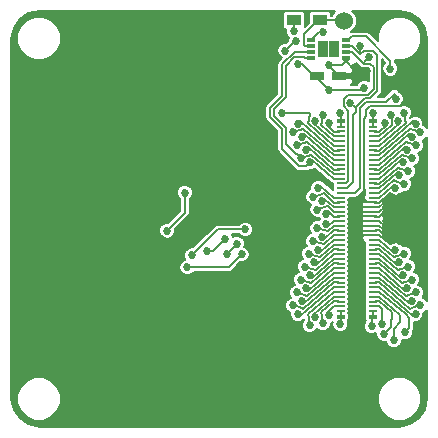
<source format=gbl>
G04 #@! TF.FileFunction,Copper,L2,Bot,Signal*
%FSLAX46Y46*%
G04 Gerber Fmt 4.6, Leading zero omitted, Abs format (unit mm)*
G04 Created by KiCad (PCBNEW 4.0.1-stable) date Tuesday, January 19, 2016 'PMt' 05:37:16 PM*
%MOMM*%
G01*
G04 APERTURE LIST*
%ADD10C,0.100000*%
%ADD11C,0.010000*%
%ADD12R,0.660000X0.230000*%
%ADD13R,0.660000X0.350000*%
%ADD14R,1.200000X0.750000*%
%ADD15R,0.750000X0.300000*%
%ADD16R,0.875000X0.725000*%
%ADD17R,1.200000X0.900000*%
%ADD18C,1.524000*%
%ADD19C,0.685800*%
%ADD20C,0.685801*%
%ADD21C,0.152400*%
G04 APERTURE END LIST*
D10*
D11*
G36*
X142909423Y-93294931D02*
X142941094Y-93294428D01*
X142968725Y-93293379D01*
X142993824Y-93291660D01*
X143017893Y-93289149D01*
X143042439Y-93285724D01*
X143068967Y-93281260D01*
X143090931Y-93277185D01*
X143149786Y-93264422D01*
X143210883Y-93248355D01*
X143271336Y-93229818D01*
X143328260Y-93209646D01*
X143339639Y-93205223D01*
X143382817Y-93188030D01*
X143425192Y-93170892D01*
X143467150Y-93153630D01*
X143509080Y-93136063D01*
X143551369Y-93118011D01*
X143594404Y-93099293D01*
X143638573Y-93079729D01*
X143684265Y-93059138D01*
X143731866Y-93037341D01*
X143781764Y-93014156D01*
X143834347Y-92989403D01*
X143890003Y-92962901D01*
X143949118Y-92934472D01*
X144012082Y-92903933D01*
X144079280Y-92871104D01*
X144151102Y-92835806D01*
X144227935Y-92797857D01*
X144310166Y-92757077D01*
X144398183Y-92713286D01*
X144420903Y-92701963D01*
X144499183Y-92663019D01*
X144571702Y-92627120D01*
X144638949Y-92594039D01*
X144701415Y-92563552D01*
X144759589Y-92535433D01*
X144813962Y-92509455D01*
X144865024Y-92485394D01*
X144913265Y-92463022D01*
X144959175Y-92442115D01*
X145003244Y-92422447D01*
X145045962Y-92403792D01*
X145087819Y-92385924D01*
X145129306Y-92368618D01*
X145170912Y-92351647D01*
X145213128Y-92334787D01*
X145246403Y-92321719D01*
X145269926Y-92312482D01*
X145291319Y-92303963D01*
X145309688Y-92296527D01*
X145324143Y-92290540D01*
X145333791Y-92286365D01*
X145337732Y-92284376D01*
X145337199Y-92280281D01*
X145331987Y-92272263D01*
X145322739Y-92261032D01*
X145310100Y-92247296D01*
X145294712Y-92231764D01*
X145277219Y-92215145D01*
X145264178Y-92203343D01*
X145196199Y-92147242D01*
X145121764Y-92093747D01*
X145040994Y-92042914D01*
X144954011Y-91994800D01*
X144860938Y-91949462D01*
X144761897Y-91906957D01*
X144657009Y-91867342D01*
X144546398Y-91830673D01*
X144430185Y-91797008D01*
X144343292Y-91774704D01*
X144242697Y-91751462D01*
X144147709Y-91732133D01*
X144058081Y-91716697D01*
X143973561Y-91705132D01*
X143893901Y-91697420D01*
X143818851Y-91693538D01*
X143748163Y-91693465D01*
X143681587Y-91697182D01*
X143618874Y-91704668D01*
X143581082Y-91711340D01*
X143520450Y-91726252D01*
X143465094Y-91745633D01*
X143415086Y-91769410D01*
X143370499Y-91797509D01*
X143331404Y-91829858D01*
X143297873Y-91866383D01*
X143269979Y-91907012D01*
X143247795Y-91951671D01*
X143231392Y-92000287D01*
X143220842Y-92052786D01*
X143217903Y-92079060D01*
X143217085Y-92090167D01*
X143216149Y-92098302D01*
X143214111Y-92104006D01*
X143209991Y-92107822D01*
X143202806Y-92110290D01*
X143191575Y-92111954D01*
X143175315Y-92113354D01*
X143153045Y-92115033D01*
X143152667Y-92115063D01*
X143125115Y-92117290D01*
X143103944Y-92119184D01*
X143088491Y-92120834D01*
X143078094Y-92122327D01*
X143072090Y-92123751D01*
X143069817Y-92125193D01*
X143069918Y-92126026D01*
X143067973Y-92127335D01*
X143061139Y-92127560D01*
X143051468Y-92126886D01*
X143041010Y-92125503D01*
X143031817Y-92123597D01*
X143027431Y-92122141D01*
X143021923Y-92120624D01*
X143010616Y-92118164D01*
X142994669Y-92114992D01*
X142975241Y-92111335D01*
X142953489Y-92107422D01*
X142948056Y-92106471D01*
X142866570Y-92092964D01*
X142789154Y-92081591D01*
X142713266Y-92072013D01*
X142636367Y-92063891D01*
X142612917Y-92061706D01*
X142590487Y-92060112D01*
X142563281Y-92058879D01*
X142532652Y-92058007D01*
X142499951Y-92057496D01*
X142466529Y-92057348D01*
X142433738Y-92057562D01*
X142402930Y-92058139D01*
X142375455Y-92059080D01*
X142352666Y-92060385D01*
X142339514Y-92061598D01*
X142266686Y-92071253D01*
X142195829Y-92083140D01*
X142125068Y-92097651D01*
X142052527Y-92115178D01*
X141976331Y-92136110D01*
X141960857Y-92140632D01*
X141938243Y-92147425D01*
X141921577Y-92152778D01*
X141909982Y-92157041D01*
X141902578Y-92160562D01*
X141898490Y-92163691D01*
X141897057Y-92166032D01*
X141896091Y-92171145D01*
X141894509Y-92182439D01*
X141892410Y-92199075D01*
X141889895Y-92220217D01*
X141887063Y-92245025D01*
X141884013Y-92272662D01*
X141880918Y-92301608D01*
X141877321Y-92335601D01*
X141874435Y-92363243D01*
X141872312Y-92385209D01*
X141871001Y-92402170D01*
X141870553Y-92414802D01*
X141871018Y-92423777D01*
X141872447Y-92429770D01*
X141874890Y-92433453D01*
X141878397Y-92435501D01*
X141883018Y-92436587D01*
X141888805Y-92437385D01*
X141891091Y-92437717D01*
X141902337Y-92439746D01*
X141919389Y-92443203D01*
X141941193Y-92447849D01*
X141966700Y-92453445D01*
X141994858Y-92459751D01*
X142024615Y-92466529D01*
X142054921Y-92473539D01*
X142084725Y-92480543D01*
X142112975Y-92487300D01*
X142138620Y-92493573D01*
X142157833Y-92498407D01*
X142260462Y-92525766D01*
X142356453Y-92553603D01*
X142446213Y-92582055D01*
X142530153Y-92611258D01*
X142608680Y-92641350D01*
X142682203Y-92672466D01*
X142694056Y-92677787D01*
X142764730Y-92712240D01*
X142836700Y-92751978D01*
X142908246Y-92795908D01*
X142977648Y-92842934D01*
X143043190Y-92891963D01*
X143087403Y-92928214D01*
X143105065Y-92943577D01*
X143123398Y-92959988D01*
X143141684Y-92976756D01*
X143159206Y-92993190D01*
X143175249Y-93008599D01*
X143189095Y-93022291D01*
X143200027Y-93033576D01*
X143207329Y-93041762D01*
X143210283Y-93046159D01*
X143210219Y-93046632D01*
X143204114Y-93049881D01*
X143192137Y-93054203D01*
X143175347Y-93059337D01*
X143154801Y-93065020D01*
X143131556Y-93070989D01*
X143106670Y-93076981D01*
X143081199Y-93082735D01*
X143056201Y-93087987D01*
X143032732Y-93092474D01*
X143011852Y-93095935D01*
X143011556Y-93095979D01*
X142956513Y-93102523D01*
X142902179Y-93105577D01*
X142847039Y-93105107D01*
X142789581Y-93101077D01*
X142728289Y-93093452D01*
X142698461Y-93088739D01*
X142605204Y-93070150D01*
X142515771Y-93046293D01*
X142430377Y-93017275D01*
X142349234Y-92983203D01*
X142272557Y-92944182D01*
X142200558Y-92900319D01*
X142133451Y-92851720D01*
X142071449Y-92798491D01*
X142027949Y-92755085D01*
X141985574Y-92706444D01*
X141947536Y-92655667D01*
X141914493Y-92603770D01*
X141887105Y-92551770D01*
X141869656Y-92510645D01*
X141864680Y-92498231D01*
X141860056Y-92488063D01*
X141856789Y-92482348D01*
X141853532Y-92479042D01*
X141845631Y-92471330D01*
X141833561Y-92459666D01*
X141817793Y-92444504D01*
X141798801Y-92426296D01*
X141777057Y-92405496D01*
X141753034Y-92382558D01*
X141727205Y-92357935D01*
X141708042Y-92339691D01*
X141681341Y-92314263D01*
X141656208Y-92290288D01*
X141633104Y-92268206D01*
X141612486Y-92248460D01*
X141594813Y-92231487D01*
X141580545Y-92217730D01*
X141570139Y-92207629D01*
X141564055Y-92201624D01*
X141562607Y-92200078D01*
X141565572Y-92198301D01*
X141574384Y-92193948D01*
X141588436Y-92187299D01*
X141607123Y-92178632D01*
X141629836Y-92168227D01*
X141655972Y-92156363D01*
X141684923Y-92143317D01*
X141716083Y-92129370D01*
X141723468Y-92126077D01*
X141885126Y-92054058D01*
X141901981Y-91993786D01*
X141910094Y-91965801D01*
X141919941Y-91933466D01*
X141930916Y-91898653D01*
X141942411Y-91863238D01*
X141953817Y-91829093D01*
X141964527Y-91798093D01*
X141973511Y-91773243D01*
X141978959Y-91759557D01*
X141983479Y-91751083D01*
X141988136Y-91746267D01*
X141993830Y-91743608D01*
X142001132Y-91742442D01*
X142014453Y-91741504D01*
X142032760Y-91740791D01*
X142055020Y-91740303D01*
X142080201Y-91740035D01*
X142107269Y-91739987D01*
X142135192Y-91740155D01*
X142162937Y-91740539D01*
X142189472Y-91741134D01*
X142213763Y-91741940D01*
X142234777Y-91742954D01*
X142251319Y-91744159D01*
X142414261Y-91761788D01*
X142514139Y-91775162D01*
X142556859Y-91781600D01*
X142593678Y-91787900D01*
X142625734Y-91794376D01*
X142654167Y-91801339D01*
X142680116Y-91809101D01*
X142704721Y-91817975D01*
X142729122Y-91828273D01*
X142754457Y-91840306D01*
X142757556Y-91841853D01*
X142813115Y-91873187D01*
X142867664Y-91910789D01*
X142920233Y-91953872D01*
X142969852Y-92001647D01*
X143010314Y-92046958D01*
X143028347Y-92068681D01*
X143030748Y-92043431D01*
X143037775Y-91996009D01*
X143049681Y-91946832D01*
X143065802Y-91897776D01*
X143085477Y-91850718D01*
X143108042Y-91807537D01*
X143121719Y-91785711D01*
X143159340Y-91735994D01*
X143202141Y-91690997D01*
X143250037Y-91650749D01*
X143302937Y-91615277D01*
X143360757Y-91584611D01*
X143423406Y-91558777D01*
X143490799Y-91537803D01*
X143562848Y-91521718D01*
X143639465Y-91510549D01*
X143720562Y-91504324D01*
X143806053Y-91503071D01*
X143895848Y-91506818D01*
X143974639Y-91513861D01*
X144047782Y-91523178D01*
X144125875Y-91535491D01*
X144207621Y-91550519D01*
X144291724Y-91567976D01*
X144376887Y-91587582D01*
X144461813Y-91609051D01*
X144545205Y-91632101D01*
X144621986Y-91655255D01*
X144719460Y-91687888D01*
X144813786Y-91723330D01*
X144904613Y-91761371D01*
X144991592Y-91801797D01*
X145074372Y-91844400D01*
X145152604Y-91888966D01*
X145225937Y-91935286D01*
X145294021Y-91983147D01*
X145356506Y-92032339D01*
X145413041Y-92082650D01*
X145463278Y-92133869D01*
X145506865Y-92185785D01*
X145511516Y-92191897D01*
X145521132Y-92204324D01*
X145527892Y-92211896D01*
X145532929Y-92215578D01*
X145537377Y-92216336D01*
X145539726Y-92215921D01*
X145559163Y-92211612D01*
X145584240Y-92206930D01*
X145613568Y-92202078D01*
X145645757Y-92197263D01*
X145679415Y-92192687D01*
X145713152Y-92188557D01*
X145745578Y-92185077D01*
X145756167Y-92184068D01*
X145787905Y-92181538D01*
X145819888Y-92179816D01*
X145852791Y-92178933D01*
X145887290Y-92178920D01*
X145924060Y-92179806D01*
X145963775Y-92181623D01*
X146007113Y-92184401D01*
X146054746Y-92188171D01*
X146107352Y-92192963D01*
X146165605Y-92198808D01*
X146227125Y-92205400D01*
X146316165Y-92215763D01*
X146411639Y-92227982D01*
X146513193Y-92241993D01*
X146620469Y-92257731D01*
X146733115Y-92275132D01*
X146850774Y-92294133D01*
X146973091Y-92314668D01*
X147099712Y-92336674D01*
X147230280Y-92360086D01*
X147364441Y-92384840D01*
X147501840Y-92410872D01*
X147642121Y-92438118D01*
X147784930Y-92466514D01*
X147929911Y-92495994D01*
X148076709Y-92526495D01*
X148224969Y-92557954D01*
X148374335Y-92590304D01*
X148461972Y-92609592D01*
X148506466Y-92619446D01*
X148544684Y-92627733D01*
X148577258Y-92634320D01*
X148604823Y-92639072D01*
X148628011Y-92641854D01*
X148647455Y-92642532D01*
X148663788Y-92640972D01*
X148677642Y-92637038D01*
X148689652Y-92630596D01*
X148700449Y-92621512D01*
X148710667Y-92609652D01*
X148720938Y-92594880D01*
X148731896Y-92577062D01*
X148744174Y-92556064D01*
X148748453Y-92548705D01*
X148785722Y-92482928D01*
X148820654Y-92417678D01*
X148852855Y-92353786D01*
X148881929Y-92292085D01*
X148907481Y-92233406D01*
X148929117Y-92178581D01*
X148942982Y-92139141D01*
X148958442Y-92086728D01*
X148969158Y-92037816D01*
X148975158Y-91992633D01*
X148976469Y-91951406D01*
X148973119Y-91914365D01*
X148965134Y-91881738D01*
X148952543Y-91853753D01*
X148935372Y-91830638D01*
X148913649Y-91812622D01*
X148903124Y-91806605D01*
X148892991Y-91801846D01*
X148881941Y-91797476D01*
X148869615Y-91793467D01*
X148855657Y-91789791D01*
X148839709Y-91786419D01*
X148821413Y-91783323D01*
X148800414Y-91780476D01*
X148776352Y-91777848D01*
X148748872Y-91775413D01*
X148717615Y-91773141D01*
X148682225Y-91771005D01*
X148642343Y-91768977D01*
X148597613Y-91767027D01*
X148547677Y-91765129D01*
X148492178Y-91763254D01*
X148430759Y-91761374D01*
X148363062Y-91759460D01*
X148288731Y-91757485D01*
X148275000Y-91757131D01*
X148152923Y-91753793D01*
X148037344Y-91750214D01*
X147927707Y-91746361D01*
X147823456Y-91742206D01*
X147724037Y-91737716D01*
X147628895Y-91732862D01*
X147537474Y-91727612D01*
X147449219Y-91721936D01*
X147363574Y-91715804D01*
X147279985Y-91709184D01*
X147197897Y-91702046D01*
X147116754Y-91694360D01*
X147089667Y-91691655D01*
X146960967Y-91677823D01*
X146836502Y-91662727D01*
X146715523Y-91646195D01*
X146597281Y-91628059D01*
X146481028Y-91608149D01*
X146366016Y-91586295D01*
X146251496Y-91562329D01*
X146136721Y-91536080D01*
X146020941Y-91507380D01*
X145903408Y-91476058D01*
X145783373Y-91441946D01*
X145660090Y-91404873D01*
X145532808Y-91364671D01*
X145400780Y-91321170D01*
X145295792Y-91285449D01*
X145245932Y-91267941D01*
X145198400Y-91250515D01*
X145152527Y-91232850D01*
X145107643Y-91214626D01*
X145063080Y-91195524D01*
X145018167Y-91175221D01*
X144972235Y-91153399D01*
X144924615Y-91129737D01*
X144874637Y-91103915D01*
X144821633Y-91075612D01*
X144764932Y-91044508D01*
X144703865Y-91010283D01*
X144637763Y-90972616D01*
X144616694Y-90960507D01*
X144558073Y-90926777D01*
X144505102Y-90896349D01*
X144457334Y-90868975D01*
X144414321Y-90844409D01*
X144375616Y-90822404D01*
X144340771Y-90802713D01*
X144309338Y-90785090D01*
X144280870Y-90769286D01*
X144254919Y-90755056D01*
X144231037Y-90742152D01*
X144208777Y-90730328D01*
X144187692Y-90719336D01*
X144167332Y-90708930D01*
X144147252Y-90698862D01*
X144127003Y-90688887D01*
X144106138Y-90678756D01*
X144104306Y-90677872D01*
X144036867Y-90646435D01*
X143973250Y-90619181D01*
X143912082Y-90595718D01*
X143851992Y-90575655D01*
X143791609Y-90558598D01*
X143729560Y-90544156D01*
X143664474Y-90531936D01*
X143594978Y-90521546D01*
X143530139Y-90513721D01*
X143489152Y-90509961D01*
X143443206Y-90507001D01*
X143394358Y-90504895D01*
X143344663Y-90503699D01*
X143296179Y-90503468D01*
X143250962Y-90504256D01*
X143221458Y-90505492D01*
X143141912Y-90512135D01*
X143061456Y-90523257D01*
X142981278Y-90538557D01*
X142902567Y-90557737D01*
X142826511Y-90580499D01*
X142754298Y-90606544D01*
X142687116Y-90635573D01*
X142669008Y-90644375D01*
X142588028Y-90688628D01*
X142508806Y-90739592D01*
X142431482Y-90797107D01*
X142356195Y-90861017D01*
X142283086Y-90931164D01*
X142212295Y-91007390D01*
X142143960Y-91089537D01*
X142078223Y-91177448D01*
X142015222Y-91270964D01*
X141955097Y-91369930D01*
X141897989Y-91474186D01*
X141852897Y-91564799D01*
X141834559Y-91604713D01*
X141816937Y-91646078D01*
X141799526Y-91690186D01*
X141781819Y-91738328D01*
X141763310Y-91791796D01*
X141758965Y-91804750D01*
X141751296Y-91828196D01*
X141743193Y-91853786D01*
X141735008Y-91880327D01*
X141727093Y-91906627D01*
X141719801Y-91931492D01*
X141713485Y-91953731D01*
X141708496Y-91972152D01*
X141705187Y-91985560D01*
X141704378Y-91989442D01*
X141702209Y-92001004D01*
X141497595Y-92083572D01*
X141461615Y-92098117D01*
X141427607Y-92111915D01*
X141396132Y-92124734D01*
X141367748Y-92136346D01*
X141343014Y-92146520D01*
X141322490Y-92155026D01*
X141306734Y-92161633D01*
X141296307Y-92166111D01*
X141291768Y-92168231D01*
X141291619Y-92168344D01*
X141293960Y-92170994D01*
X141301162Y-92177950D01*
X141312812Y-92188837D01*
X141328495Y-92203276D01*
X141347797Y-92220892D01*
X141370304Y-92241306D01*
X141395601Y-92264141D01*
X141423274Y-92289021D01*
X141452909Y-92315568D01*
X141478286Y-92338231D01*
X141514302Y-92370360D01*
X141545416Y-92398154D01*
X141571998Y-92421967D01*
X141594415Y-92442152D01*
X141613038Y-92459065D01*
X141628235Y-92473058D01*
X141640376Y-92484487D01*
X141649830Y-92493706D01*
X141656965Y-92501069D01*
X141662152Y-92506929D01*
X141665759Y-92511642D01*
X141668156Y-92515561D01*
X141669712Y-92519041D01*
X141670795Y-92522435D01*
X141670979Y-92523103D01*
X141677388Y-92543652D01*
X141686490Y-92568602D01*
X141697560Y-92596184D01*
X141709874Y-92624625D01*
X141722705Y-92652157D01*
X141729300Y-92665446D01*
X141761749Y-92723655D01*
X141798977Y-92779780D01*
X141841666Y-92834751D01*
X141890499Y-92889498D01*
X141903642Y-92903151D01*
X141959151Y-92956690D01*
X142016431Y-93005173D01*
X142076685Y-93049469D01*
X142141117Y-93090443D01*
X142210931Y-93128963D01*
X142231917Y-93139580D01*
X142299971Y-93171452D01*
X142367985Y-93199287D01*
X142437187Y-93223459D01*
X142508807Y-93244341D01*
X142584072Y-93262308D01*
X142664212Y-93277732D01*
X142710680Y-93285248D01*
X142730516Y-93288168D01*
X142747844Y-93290434D01*
X142764061Y-93292130D01*
X142780562Y-93293341D01*
X142798742Y-93294152D01*
X142819998Y-93294645D01*
X142845724Y-93294906D01*
X142872208Y-93295009D01*
X142909423Y-93294931D01*
X142909423Y-93294931D01*
G37*
X142909423Y-93294931D02*
X142941094Y-93294428D01*
X142968725Y-93293379D01*
X142993824Y-93291660D01*
X143017893Y-93289149D01*
X143042439Y-93285724D01*
X143068967Y-93281260D01*
X143090931Y-93277185D01*
X143149786Y-93264422D01*
X143210883Y-93248355D01*
X143271336Y-93229818D01*
X143328260Y-93209646D01*
X143339639Y-93205223D01*
X143382817Y-93188030D01*
X143425192Y-93170892D01*
X143467150Y-93153630D01*
X143509080Y-93136063D01*
X143551369Y-93118011D01*
X143594404Y-93099293D01*
X143638573Y-93079729D01*
X143684265Y-93059138D01*
X143731866Y-93037341D01*
X143781764Y-93014156D01*
X143834347Y-92989403D01*
X143890003Y-92962901D01*
X143949118Y-92934472D01*
X144012082Y-92903933D01*
X144079280Y-92871104D01*
X144151102Y-92835806D01*
X144227935Y-92797857D01*
X144310166Y-92757077D01*
X144398183Y-92713286D01*
X144420903Y-92701963D01*
X144499183Y-92663019D01*
X144571702Y-92627120D01*
X144638949Y-92594039D01*
X144701415Y-92563552D01*
X144759589Y-92535433D01*
X144813962Y-92509455D01*
X144865024Y-92485394D01*
X144913265Y-92463022D01*
X144959175Y-92442115D01*
X145003244Y-92422447D01*
X145045962Y-92403792D01*
X145087819Y-92385924D01*
X145129306Y-92368618D01*
X145170912Y-92351647D01*
X145213128Y-92334787D01*
X145246403Y-92321719D01*
X145269926Y-92312482D01*
X145291319Y-92303963D01*
X145309688Y-92296527D01*
X145324143Y-92290540D01*
X145333791Y-92286365D01*
X145337732Y-92284376D01*
X145337199Y-92280281D01*
X145331987Y-92272263D01*
X145322739Y-92261032D01*
X145310100Y-92247296D01*
X145294712Y-92231764D01*
X145277219Y-92215145D01*
X145264178Y-92203343D01*
X145196199Y-92147242D01*
X145121764Y-92093747D01*
X145040994Y-92042914D01*
X144954011Y-91994800D01*
X144860938Y-91949462D01*
X144761897Y-91906957D01*
X144657009Y-91867342D01*
X144546398Y-91830673D01*
X144430185Y-91797008D01*
X144343292Y-91774704D01*
X144242697Y-91751462D01*
X144147709Y-91732133D01*
X144058081Y-91716697D01*
X143973561Y-91705132D01*
X143893901Y-91697420D01*
X143818851Y-91693538D01*
X143748163Y-91693465D01*
X143681587Y-91697182D01*
X143618874Y-91704668D01*
X143581082Y-91711340D01*
X143520450Y-91726252D01*
X143465094Y-91745633D01*
X143415086Y-91769410D01*
X143370499Y-91797509D01*
X143331404Y-91829858D01*
X143297873Y-91866383D01*
X143269979Y-91907012D01*
X143247795Y-91951671D01*
X143231392Y-92000287D01*
X143220842Y-92052786D01*
X143217903Y-92079060D01*
X143217085Y-92090167D01*
X143216149Y-92098302D01*
X143214111Y-92104006D01*
X143209991Y-92107822D01*
X143202806Y-92110290D01*
X143191575Y-92111954D01*
X143175315Y-92113354D01*
X143153045Y-92115033D01*
X143152667Y-92115063D01*
X143125115Y-92117290D01*
X143103944Y-92119184D01*
X143088491Y-92120834D01*
X143078094Y-92122327D01*
X143072090Y-92123751D01*
X143069817Y-92125193D01*
X143069918Y-92126026D01*
X143067973Y-92127335D01*
X143061139Y-92127560D01*
X143051468Y-92126886D01*
X143041010Y-92125503D01*
X143031817Y-92123597D01*
X143027431Y-92122141D01*
X143021923Y-92120624D01*
X143010616Y-92118164D01*
X142994669Y-92114992D01*
X142975241Y-92111335D01*
X142953489Y-92107422D01*
X142948056Y-92106471D01*
X142866570Y-92092964D01*
X142789154Y-92081591D01*
X142713266Y-92072013D01*
X142636367Y-92063891D01*
X142612917Y-92061706D01*
X142590487Y-92060112D01*
X142563281Y-92058879D01*
X142532652Y-92058007D01*
X142499951Y-92057496D01*
X142466529Y-92057348D01*
X142433738Y-92057562D01*
X142402930Y-92058139D01*
X142375455Y-92059080D01*
X142352666Y-92060385D01*
X142339514Y-92061598D01*
X142266686Y-92071253D01*
X142195829Y-92083140D01*
X142125068Y-92097651D01*
X142052527Y-92115178D01*
X141976331Y-92136110D01*
X141960857Y-92140632D01*
X141938243Y-92147425D01*
X141921577Y-92152778D01*
X141909982Y-92157041D01*
X141902578Y-92160562D01*
X141898490Y-92163691D01*
X141897057Y-92166032D01*
X141896091Y-92171145D01*
X141894509Y-92182439D01*
X141892410Y-92199075D01*
X141889895Y-92220217D01*
X141887063Y-92245025D01*
X141884013Y-92272662D01*
X141880918Y-92301608D01*
X141877321Y-92335601D01*
X141874435Y-92363243D01*
X141872312Y-92385209D01*
X141871001Y-92402170D01*
X141870553Y-92414802D01*
X141871018Y-92423777D01*
X141872447Y-92429770D01*
X141874890Y-92433453D01*
X141878397Y-92435501D01*
X141883018Y-92436587D01*
X141888805Y-92437385D01*
X141891091Y-92437717D01*
X141902337Y-92439746D01*
X141919389Y-92443203D01*
X141941193Y-92447849D01*
X141966700Y-92453445D01*
X141994858Y-92459751D01*
X142024615Y-92466529D01*
X142054921Y-92473539D01*
X142084725Y-92480543D01*
X142112975Y-92487300D01*
X142138620Y-92493573D01*
X142157833Y-92498407D01*
X142260462Y-92525766D01*
X142356453Y-92553603D01*
X142446213Y-92582055D01*
X142530153Y-92611258D01*
X142608680Y-92641350D01*
X142682203Y-92672466D01*
X142694056Y-92677787D01*
X142764730Y-92712240D01*
X142836700Y-92751978D01*
X142908246Y-92795908D01*
X142977648Y-92842934D01*
X143043190Y-92891963D01*
X143087403Y-92928214D01*
X143105065Y-92943577D01*
X143123398Y-92959988D01*
X143141684Y-92976756D01*
X143159206Y-92993190D01*
X143175249Y-93008599D01*
X143189095Y-93022291D01*
X143200027Y-93033576D01*
X143207329Y-93041762D01*
X143210283Y-93046159D01*
X143210219Y-93046632D01*
X143204114Y-93049881D01*
X143192137Y-93054203D01*
X143175347Y-93059337D01*
X143154801Y-93065020D01*
X143131556Y-93070989D01*
X143106670Y-93076981D01*
X143081199Y-93082735D01*
X143056201Y-93087987D01*
X143032732Y-93092474D01*
X143011852Y-93095935D01*
X143011556Y-93095979D01*
X142956513Y-93102523D01*
X142902179Y-93105577D01*
X142847039Y-93105107D01*
X142789581Y-93101077D01*
X142728289Y-93093452D01*
X142698461Y-93088739D01*
X142605204Y-93070150D01*
X142515771Y-93046293D01*
X142430377Y-93017275D01*
X142349234Y-92983203D01*
X142272557Y-92944182D01*
X142200558Y-92900319D01*
X142133451Y-92851720D01*
X142071449Y-92798491D01*
X142027949Y-92755085D01*
X141985574Y-92706444D01*
X141947536Y-92655667D01*
X141914493Y-92603770D01*
X141887105Y-92551770D01*
X141869656Y-92510645D01*
X141864680Y-92498231D01*
X141860056Y-92488063D01*
X141856789Y-92482348D01*
X141853532Y-92479042D01*
X141845631Y-92471330D01*
X141833561Y-92459666D01*
X141817793Y-92444504D01*
X141798801Y-92426296D01*
X141777057Y-92405496D01*
X141753034Y-92382558D01*
X141727205Y-92357935D01*
X141708042Y-92339691D01*
X141681341Y-92314263D01*
X141656208Y-92290288D01*
X141633104Y-92268206D01*
X141612486Y-92248460D01*
X141594813Y-92231487D01*
X141580545Y-92217730D01*
X141570139Y-92207629D01*
X141564055Y-92201624D01*
X141562607Y-92200078D01*
X141565572Y-92198301D01*
X141574384Y-92193948D01*
X141588436Y-92187299D01*
X141607123Y-92178632D01*
X141629836Y-92168227D01*
X141655972Y-92156363D01*
X141684923Y-92143317D01*
X141716083Y-92129370D01*
X141723468Y-92126077D01*
X141885126Y-92054058D01*
X141901981Y-91993786D01*
X141910094Y-91965801D01*
X141919941Y-91933466D01*
X141930916Y-91898653D01*
X141942411Y-91863238D01*
X141953817Y-91829093D01*
X141964527Y-91798093D01*
X141973511Y-91773243D01*
X141978959Y-91759557D01*
X141983479Y-91751083D01*
X141988136Y-91746267D01*
X141993830Y-91743608D01*
X142001132Y-91742442D01*
X142014453Y-91741504D01*
X142032760Y-91740791D01*
X142055020Y-91740303D01*
X142080201Y-91740035D01*
X142107269Y-91739987D01*
X142135192Y-91740155D01*
X142162937Y-91740539D01*
X142189472Y-91741134D01*
X142213763Y-91741940D01*
X142234777Y-91742954D01*
X142251319Y-91744159D01*
X142414261Y-91761788D01*
X142514139Y-91775162D01*
X142556859Y-91781600D01*
X142593678Y-91787900D01*
X142625734Y-91794376D01*
X142654167Y-91801339D01*
X142680116Y-91809101D01*
X142704721Y-91817975D01*
X142729122Y-91828273D01*
X142754457Y-91840306D01*
X142757556Y-91841853D01*
X142813115Y-91873187D01*
X142867664Y-91910789D01*
X142920233Y-91953872D01*
X142969852Y-92001647D01*
X143010314Y-92046958D01*
X143028347Y-92068681D01*
X143030748Y-92043431D01*
X143037775Y-91996009D01*
X143049681Y-91946832D01*
X143065802Y-91897776D01*
X143085477Y-91850718D01*
X143108042Y-91807537D01*
X143121719Y-91785711D01*
X143159340Y-91735994D01*
X143202141Y-91690997D01*
X143250037Y-91650749D01*
X143302937Y-91615277D01*
X143360757Y-91584611D01*
X143423406Y-91558777D01*
X143490799Y-91537803D01*
X143562848Y-91521718D01*
X143639465Y-91510549D01*
X143720562Y-91504324D01*
X143806053Y-91503071D01*
X143895848Y-91506818D01*
X143974639Y-91513861D01*
X144047782Y-91523178D01*
X144125875Y-91535491D01*
X144207621Y-91550519D01*
X144291724Y-91567976D01*
X144376887Y-91587582D01*
X144461813Y-91609051D01*
X144545205Y-91632101D01*
X144621986Y-91655255D01*
X144719460Y-91687888D01*
X144813786Y-91723330D01*
X144904613Y-91761371D01*
X144991592Y-91801797D01*
X145074372Y-91844400D01*
X145152604Y-91888966D01*
X145225937Y-91935286D01*
X145294021Y-91983147D01*
X145356506Y-92032339D01*
X145413041Y-92082650D01*
X145463278Y-92133869D01*
X145506865Y-92185785D01*
X145511516Y-92191897D01*
X145521132Y-92204324D01*
X145527892Y-92211896D01*
X145532929Y-92215578D01*
X145537377Y-92216336D01*
X145539726Y-92215921D01*
X145559163Y-92211612D01*
X145584240Y-92206930D01*
X145613568Y-92202078D01*
X145645757Y-92197263D01*
X145679415Y-92192687D01*
X145713152Y-92188557D01*
X145745578Y-92185077D01*
X145756167Y-92184068D01*
X145787905Y-92181538D01*
X145819888Y-92179816D01*
X145852791Y-92178933D01*
X145887290Y-92178920D01*
X145924060Y-92179806D01*
X145963775Y-92181623D01*
X146007113Y-92184401D01*
X146054746Y-92188171D01*
X146107352Y-92192963D01*
X146165605Y-92198808D01*
X146227125Y-92205400D01*
X146316165Y-92215763D01*
X146411639Y-92227982D01*
X146513193Y-92241993D01*
X146620469Y-92257731D01*
X146733115Y-92275132D01*
X146850774Y-92294133D01*
X146973091Y-92314668D01*
X147099712Y-92336674D01*
X147230280Y-92360086D01*
X147364441Y-92384840D01*
X147501840Y-92410872D01*
X147642121Y-92438118D01*
X147784930Y-92466514D01*
X147929911Y-92495994D01*
X148076709Y-92526495D01*
X148224969Y-92557954D01*
X148374335Y-92590304D01*
X148461972Y-92609592D01*
X148506466Y-92619446D01*
X148544684Y-92627733D01*
X148577258Y-92634320D01*
X148604823Y-92639072D01*
X148628011Y-92641854D01*
X148647455Y-92642532D01*
X148663788Y-92640972D01*
X148677642Y-92637038D01*
X148689652Y-92630596D01*
X148700449Y-92621512D01*
X148710667Y-92609652D01*
X148720938Y-92594880D01*
X148731896Y-92577062D01*
X148744174Y-92556064D01*
X148748453Y-92548705D01*
X148785722Y-92482928D01*
X148820654Y-92417678D01*
X148852855Y-92353786D01*
X148881929Y-92292085D01*
X148907481Y-92233406D01*
X148929117Y-92178581D01*
X148942982Y-92139141D01*
X148958442Y-92086728D01*
X148969158Y-92037816D01*
X148975158Y-91992633D01*
X148976469Y-91951406D01*
X148973119Y-91914365D01*
X148965134Y-91881738D01*
X148952543Y-91853753D01*
X148935372Y-91830638D01*
X148913649Y-91812622D01*
X148903124Y-91806605D01*
X148892991Y-91801846D01*
X148881941Y-91797476D01*
X148869615Y-91793467D01*
X148855657Y-91789791D01*
X148839709Y-91786419D01*
X148821413Y-91783323D01*
X148800414Y-91780476D01*
X148776352Y-91777848D01*
X148748872Y-91775413D01*
X148717615Y-91773141D01*
X148682225Y-91771005D01*
X148642343Y-91768977D01*
X148597613Y-91767027D01*
X148547677Y-91765129D01*
X148492178Y-91763254D01*
X148430759Y-91761374D01*
X148363062Y-91759460D01*
X148288731Y-91757485D01*
X148275000Y-91757131D01*
X148152923Y-91753793D01*
X148037344Y-91750214D01*
X147927707Y-91746361D01*
X147823456Y-91742206D01*
X147724037Y-91737716D01*
X147628895Y-91732862D01*
X147537474Y-91727612D01*
X147449219Y-91721936D01*
X147363574Y-91715804D01*
X147279985Y-91709184D01*
X147197897Y-91702046D01*
X147116754Y-91694360D01*
X147089667Y-91691655D01*
X146960967Y-91677823D01*
X146836502Y-91662727D01*
X146715523Y-91646195D01*
X146597281Y-91628059D01*
X146481028Y-91608149D01*
X146366016Y-91586295D01*
X146251496Y-91562329D01*
X146136721Y-91536080D01*
X146020941Y-91507380D01*
X145903408Y-91476058D01*
X145783373Y-91441946D01*
X145660090Y-91404873D01*
X145532808Y-91364671D01*
X145400780Y-91321170D01*
X145295792Y-91285449D01*
X145245932Y-91267941D01*
X145198400Y-91250515D01*
X145152527Y-91232850D01*
X145107643Y-91214626D01*
X145063080Y-91195524D01*
X145018167Y-91175221D01*
X144972235Y-91153399D01*
X144924615Y-91129737D01*
X144874637Y-91103915D01*
X144821633Y-91075612D01*
X144764932Y-91044508D01*
X144703865Y-91010283D01*
X144637763Y-90972616D01*
X144616694Y-90960507D01*
X144558073Y-90926777D01*
X144505102Y-90896349D01*
X144457334Y-90868975D01*
X144414321Y-90844409D01*
X144375616Y-90822404D01*
X144340771Y-90802713D01*
X144309338Y-90785090D01*
X144280870Y-90769286D01*
X144254919Y-90755056D01*
X144231037Y-90742152D01*
X144208777Y-90730328D01*
X144187692Y-90719336D01*
X144167332Y-90708930D01*
X144147252Y-90698862D01*
X144127003Y-90688887D01*
X144106138Y-90678756D01*
X144104306Y-90677872D01*
X144036867Y-90646435D01*
X143973250Y-90619181D01*
X143912082Y-90595718D01*
X143851992Y-90575655D01*
X143791609Y-90558598D01*
X143729560Y-90544156D01*
X143664474Y-90531936D01*
X143594978Y-90521546D01*
X143530139Y-90513721D01*
X143489152Y-90509961D01*
X143443206Y-90507001D01*
X143394358Y-90504895D01*
X143344663Y-90503699D01*
X143296179Y-90503468D01*
X143250962Y-90504256D01*
X143221458Y-90505492D01*
X143141912Y-90512135D01*
X143061456Y-90523257D01*
X142981278Y-90538557D01*
X142902567Y-90557737D01*
X142826511Y-90580499D01*
X142754298Y-90606544D01*
X142687116Y-90635573D01*
X142669008Y-90644375D01*
X142588028Y-90688628D01*
X142508806Y-90739592D01*
X142431482Y-90797107D01*
X142356195Y-90861017D01*
X142283086Y-90931164D01*
X142212295Y-91007390D01*
X142143960Y-91089537D01*
X142078223Y-91177448D01*
X142015222Y-91270964D01*
X141955097Y-91369930D01*
X141897989Y-91474186D01*
X141852897Y-91564799D01*
X141834559Y-91604713D01*
X141816937Y-91646078D01*
X141799526Y-91690186D01*
X141781819Y-91738328D01*
X141763310Y-91791796D01*
X141758965Y-91804750D01*
X141751296Y-91828196D01*
X141743193Y-91853786D01*
X141735008Y-91880327D01*
X141727093Y-91906627D01*
X141719801Y-91931492D01*
X141713485Y-91953731D01*
X141708496Y-91972152D01*
X141705187Y-91985560D01*
X141704378Y-91989442D01*
X141702209Y-92001004D01*
X141497595Y-92083572D01*
X141461615Y-92098117D01*
X141427607Y-92111915D01*
X141396132Y-92124734D01*
X141367748Y-92136346D01*
X141343014Y-92146520D01*
X141322490Y-92155026D01*
X141306734Y-92161633D01*
X141296307Y-92166111D01*
X141291768Y-92168231D01*
X141291619Y-92168344D01*
X141293960Y-92170994D01*
X141301162Y-92177950D01*
X141312812Y-92188837D01*
X141328495Y-92203276D01*
X141347797Y-92220892D01*
X141370304Y-92241306D01*
X141395601Y-92264141D01*
X141423274Y-92289021D01*
X141452909Y-92315568D01*
X141478286Y-92338231D01*
X141514302Y-92370360D01*
X141545416Y-92398154D01*
X141571998Y-92421967D01*
X141594415Y-92442152D01*
X141613038Y-92459065D01*
X141628235Y-92473058D01*
X141640376Y-92484487D01*
X141649830Y-92493706D01*
X141656965Y-92501069D01*
X141662152Y-92506929D01*
X141665759Y-92511642D01*
X141668156Y-92515561D01*
X141669712Y-92519041D01*
X141670795Y-92522435D01*
X141670979Y-92523103D01*
X141677388Y-92543652D01*
X141686490Y-92568602D01*
X141697560Y-92596184D01*
X141709874Y-92624625D01*
X141722705Y-92652157D01*
X141729300Y-92665446D01*
X141761749Y-92723655D01*
X141798977Y-92779780D01*
X141841666Y-92834751D01*
X141890499Y-92889498D01*
X141903642Y-92903151D01*
X141959151Y-92956690D01*
X142016431Y-93005173D01*
X142076685Y-93049469D01*
X142141117Y-93090443D01*
X142210931Y-93128963D01*
X142231917Y-93139580D01*
X142299971Y-93171452D01*
X142367985Y-93199287D01*
X142437187Y-93223459D01*
X142508807Y-93244341D01*
X142584072Y-93262308D01*
X142664212Y-93277732D01*
X142710680Y-93285248D01*
X142730516Y-93288168D01*
X142747844Y-93290434D01*
X142764061Y-93292130D01*
X142780562Y-93293341D01*
X142798742Y-93294152D01*
X142819998Y-93294645D01*
X142845724Y-93294906D01*
X142872208Y-93295009D01*
X142909423Y-93294931D01*
D12*
X161005000Y-115800000D03*
X158295000Y-115800000D03*
X161005000Y-100200000D03*
X158295000Y-100200000D03*
X161005000Y-115400000D03*
X161005000Y-115000000D03*
X161005000Y-114600000D03*
X161005000Y-114200000D03*
X161005000Y-113800000D03*
X161005000Y-113400000D03*
X161005000Y-113000000D03*
X161005000Y-112600000D03*
X161005000Y-112200000D03*
X161005000Y-111800000D03*
X161005000Y-111400000D03*
X161005000Y-111000000D03*
X161005000Y-110600000D03*
X161005000Y-110200000D03*
X161005000Y-109800000D03*
X161005000Y-109400000D03*
X161005000Y-109000000D03*
X161005000Y-108600000D03*
X161005000Y-108200000D03*
X161005000Y-107800000D03*
X161005000Y-107400000D03*
X161005000Y-107000000D03*
X161005000Y-106600000D03*
X161005000Y-106200000D03*
X161005000Y-105800000D03*
X161005000Y-105400000D03*
X161005000Y-105000000D03*
X161005000Y-104600000D03*
X161005000Y-104200000D03*
X161005000Y-103800000D03*
X161005000Y-103400000D03*
X161005000Y-103000000D03*
X161005000Y-102600000D03*
X161005000Y-102200000D03*
X161005000Y-101800000D03*
X161005000Y-101400000D03*
X161005000Y-101000000D03*
X161005000Y-100600000D03*
D13*
X161005000Y-99725000D03*
X158295000Y-99725000D03*
X161005000Y-116275000D03*
X158295000Y-116275000D03*
D12*
X158295000Y-100600000D03*
X158295000Y-101000000D03*
X158295000Y-101400000D03*
X158295000Y-101800000D03*
X158295000Y-102200000D03*
X158295000Y-102600000D03*
X158295000Y-103000000D03*
X158295000Y-103400000D03*
X158295000Y-103800000D03*
X158295000Y-104200000D03*
X158295000Y-104600000D03*
X158295000Y-105000000D03*
X158295000Y-105400000D03*
X158295000Y-105800000D03*
X158295000Y-106200000D03*
X158295000Y-106600000D03*
X158295000Y-107000000D03*
X158295000Y-107400000D03*
X158295000Y-107800000D03*
X158295000Y-108200000D03*
X158295000Y-108600000D03*
X158295000Y-109000000D03*
X158295000Y-109400000D03*
X158295000Y-109800000D03*
X158295000Y-110200000D03*
X158295000Y-110600000D03*
X158295000Y-111000000D03*
X158295000Y-111400000D03*
X158295000Y-111800000D03*
X158295000Y-112200000D03*
X158295000Y-112600000D03*
X158295000Y-113000000D03*
X158295000Y-113400000D03*
X158295000Y-113800000D03*
X158295000Y-114200000D03*
X158295000Y-114600000D03*
X158295000Y-115000000D03*
X158295000Y-115400000D03*
D14*
X156250000Y-95900000D03*
X158150000Y-95900000D03*
D15*
X158712500Y-92862500D03*
X158712500Y-93362500D03*
X158712500Y-93862500D03*
X158712500Y-94362500D03*
X155812500Y-94362500D03*
X155812500Y-93862500D03*
X155812500Y-93362500D03*
X155812500Y-92862500D03*
D16*
X156825000Y-93975000D03*
X156825000Y-93250000D03*
X157700000Y-93975000D03*
X157700000Y-93250000D03*
D17*
X156550000Y-91200000D03*
X154350000Y-91200000D03*
D18*
X158550000Y-91250000D03*
D19*
X162950000Y-97849974D03*
X162500000Y-95300000D03*
X137900000Y-94200000D03*
X152600000Y-92800000D03*
X138000000Y-117600000D03*
X143700000Y-113600000D03*
X138400000Y-109400000D03*
X144800000Y-104300000D03*
D20*
X163335170Y-106128721D03*
X162579214Y-106491109D03*
X162993938Y-107218712D03*
X162237982Y-107581100D03*
X162237982Y-108419301D03*
X162993938Y-108781689D03*
X162579214Y-109509292D03*
X163335170Y-109871680D03*
D19*
X164264956Y-95352566D03*
X160500000Y-95450000D03*
X157300000Y-95000000D03*
X159100000Y-98150000D03*
X159950000Y-93400000D03*
X154500000Y-92950000D03*
X153600000Y-93750000D03*
X154325068Y-92130246D03*
X160303087Y-96914049D03*
X157300000Y-97100000D03*
X156750000Y-92200000D03*
X154650000Y-94900000D03*
D20*
X156380187Y-105401118D03*
D19*
X160729126Y-94320874D03*
X145300000Y-112100000D03*
X149900000Y-111000000D03*
D20*
X156306694Y-107218712D03*
X157062650Y-107581100D03*
X157062650Y-108419301D03*
X156306694Y-108781689D03*
X156721418Y-109509292D03*
X155965462Y-109871680D03*
D19*
X145100000Y-105800000D03*
X143600000Y-109000000D03*
D20*
X154941767Y-102858749D03*
X155697723Y-103221137D03*
D19*
X160900000Y-117100000D03*
D20*
X158255617Y-116945501D03*
X161045015Y-99054899D03*
X158255617Y-99054899D03*
X158255617Y-99054899D03*
D19*
X149495270Y-110121206D03*
X148692632Y-110972641D03*
X161794374Y-116868470D03*
X161926514Y-117720151D03*
X147000000Y-110700000D03*
X148531177Y-109668852D03*
X162800000Y-118300000D03*
X163738213Y-117600000D03*
D20*
X164626605Y-116049236D03*
X165041329Y-115321633D03*
X164285373Y-114959245D03*
X164700097Y-114231642D03*
X163944142Y-113869254D03*
X164358866Y-113141651D03*
X163602910Y-112779264D03*
X164017634Y-112051661D03*
X163261678Y-111689273D03*
X163676402Y-110961670D03*
X162920446Y-110599282D03*
X162920446Y-105401118D03*
X163676402Y-105038731D03*
X163261678Y-104311128D03*
X164017634Y-103948740D03*
X163602910Y-103221137D03*
X164358866Y-102858749D03*
X163944142Y-102131146D03*
X164700097Y-101768759D03*
X164285373Y-101041156D03*
X165041329Y-100678768D03*
X164626605Y-99951165D03*
X163642567Y-99005000D03*
X163166374Y-99692120D03*
X162511810Y-99165956D03*
X162035617Y-99853076D03*
X157265015Y-99853076D03*
X156788823Y-99165956D03*
X156134258Y-99692120D03*
D19*
X150200000Y-108900000D03*
X145712765Y-111096015D03*
X153300000Y-99000000D03*
D20*
X154674027Y-99951165D03*
X154259303Y-100678768D03*
X155015259Y-101041156D03*
X154600535Y-101768759D03*
X155356491Y-102131146D03*
X155965462Y-106128721D03*
X156721418Y-106491109D03*
X156380187Y-110599282D03*
X155624231Y-110961670D03*
X156038955Y-111689273D03*
X155282999Y-112051661D03*
X155697723Y-112779264D03*
X154941767Y-113141651D03*
X155356491Y-113869254D03*
X154600535Y-114231642D03*
X155015259Y-114959245D03*
X154259303Y-115321633D03*
X154674027Y-116049236D03*
X155658066Y-116995401D03*
X156134258Y-116308281D03*
X156788823Y-116834445D03*
X157265015Y-116147324D03*
D21*
X162154815Y-98095191D02*
X162850000Y-97400006D01*
X162850000Y-97400006D02*
X162850000Y-97749974D01*
X162850000Y-97749974D02*
X162950000Y-97849974D01*
X159945189Y-105385878D02*
X159945189Y-98623744D01*
X160473743Y-98095191D02*
X162154815Y-98095191D01*
X159531067Y-105800000D02*
X159945189Y-105385878D01*
X159945189Y-98623744D02*
X160473743Y-98095191D01*
X158295000Y-105800000D02*
X159531067Y-105800000D01*
X162500000Y-94815067D02*
X162500000Y-95300000D01*
X159239900Y-92560100D02*
X160445033Y-92560100D01*
X158937500Y-92862500D02*
X159239900Y-92560100D01*
X160445033Y-92560100D02*
X162500000Y-94615067D01*
X158712500Y-92862500D02*
X158937500Y-92862500D01*
X162500000Y-94615067D02*
X162500000Y-94815067D01*
X159700000Y-109000000D02*
X159700000Y-109400000D01*
X159700000Y-109400000D02*
X159700000Y-109800000D01*
X161005000Y-109400000D02*
X159700000Y-109400000D01*
X159700000Y-108600000D02*
X159700000Y-109000000D01*
X161005000Y-109000000D02*
X159700000Y-109000000D01*
X159700000Y-108200000D02*
X159700000Y-108600000D01*
X161005000Y-108600000D02*
X160522600Y-108600000D01*
X160522600Y-108600000D02*
X159700000Y-108600000D01*
X159700000Y-107800000D02*
X159700000Y-108200000D01*
X161005000Y-108200000D02*
X159700000Y-108200000D01*
X159700000Y-107500000D02*
X159700000Y-107800000D01*
X161005000Y-107800000D02*
X159700000Y-107800000D01*
X159700000Y-107100000D02*
X159700000Y-107500000D01*
X161005000Y-107400000D02*
X159800000Y-107400000D01*
X159800000Y-107400000D02*
X159700000Y-107500000D01*
X159700000Y-106900000D02*
X159700000Y-107100000D01*
X161005000Y-107000000D02*
X159800000Y-107000000D01*
X159800000Y-107000000D02*
X159700000Y-107100000D01*
X160000000Y-106600000D02*
X159700000Y-106900000D01*
X161005000Y-106600000D02*
X160000000Y-106600000D01*
X137900000Y-94200000D02*
X137900000Y-95000000D01*
X152600000Y-92800000D02*
X152600000Y-93200000D01*
X138000000Y-117600000D02*
X138000000Y-117115067D01*
X138000000Y-117115067D02*
X138015067Y-117100000D01*
X143700000Y-113600000D02*
X144042899Y-113942899D01*
X144042899Y-113942899D02*
X144357101Y-113942899D01*
X138400000Y-109400000D02*
X138742899Y-109057101D01*
X138742899Y-109057101D02*
X139057101Y-109057101D01*
X144800000Y-104300000D02*
X145142899Y-103957101D01*
X145142899Y-103957101D02*
X146042899Y-103957101D01*
X160522600Y-106600000D02*
X160250000Y-106327400D01*
X161005000Y-106600000D02*
X160522600Y-106600000D01*
X160250000Y-99550000D02*
X160473514Y-99326486D01*
X160473514Y-99326486D02*
X160473514Y-98780578D01*
X160770694Y-98483398D02*
X163362426Y-98483398D01*
X163362426Y-98483398D02*
X164200000Y-97645824D01*
X164200000Y-97645824D02*
X164200000Y-97400000D01*
X160250000Y-106327400D02*
X160250000Y-99550000D01*
X160473514Y-98780578D02*
X160770694Y-98483398D01*
X161190316Y-106624000D02*
X161540316Y-106624000D01*
X161540316Y-106624000D02*
X162460992Y-105841578D01*
X162460992Y-105841578D02*
X162749830Y-105946114D01*
X162749830Y-105946114D02*
X163335170Y-106128721D01*
X161190316Y-107024000D02*
X161540316Y-107024000D01*
X161540316Y-107024000D02*
X162406505Y-106287883D01*
X162406505Y-106287883D02*
X162579214Y-106491109D01*
X161190316Y-107424000D02*
X161540316Y-107424000D01*
X161540316Y-107424000D02*
X162119760Y-106931569D01*
X162119760Y-106931569D02*
X162408598Y-107036104D01*
X162408598Y-107036104D02*
X162993938Y-107218712D01*
X161190316Y-107824000D02*
X161540316Y-107824000D01*
X161540316Y-107824000D02*
X162065274Y-107377873D01*
X162065274Y-107377873D02*
X162237982Y-107581100D01*
X161190316Y-108176401D02*
X161540316Y-108176401D01*
X161540316Y-108176401D02*
X162065274Y-108622527D01*
X162065274Y-108622527D02*
X162237982Y-108419301D01*
X161190316Y-108576401D02*
X161540316Y-108576401D01*
X161540316Y-108576401D02*
X162119760Y-109068832D01*
X162119760Y-109068832D02*
X162408598Y-108964297D01*
X162408598Y-108964297D02*
X162993938Y-108781689D01*
X161190316Y-108976401D02*
X161540316Y-108976401D01*
X161540316Y-108976401D02*
X162406505Y-109712518D01*
X162406505Y-109712518D02*
X162579214Y-109509292D01*
X161190316Y-109376401D02*
X161540316Y-109376401D01*
X161540316Y-109376401D02*
X162460992Y-110158823D01*
X162460992Y-110158823D02*
X162749830Y-110054287D01*
X162749830Y-110054287D02*
X163335170Y-109871680D01*
X163750000Y-95382589D02*
X163780023Y-95352566D01*
X163780023Y-95352566D02*
X164264956Y-95352566D01*
X163750000Y-95450000D02*
X163750000Y-95382589D01*
X160500000Y-95450000D02*
X160050000Y-95900000D01*
X160050000Y-95900000D02*
X158150000Y-95900000D01*
X160500000Y-95450000D02*
X159497600Y-95450000D01*
X159497600Y-95450000D02*
X158712500Y-94664900D01*
X158712500Y-94664900D02*
X158712500Y-94362500D01*
X157300000Y-95000000D02*
X158377400Y-95000000D01*
X158377400Y-95000000D02*
X158712500Y-94664900D01*
X157300000Y-95000000D02*
X157300000Y-95050000D01*
X157300000Y-95050000D02*
X158150000Y-95900000D01*
X158808467Y-105400000D02*
X159300000Y-104908467D01*
X158295000Y-105400000D02*
X158808467Y-105400000D01*
X160228028Y-93749372D02*
X159927400Y-94050000D01*
X159589348Y-98950000D02*
X159589348Y-98548519D01*
X161003448Y-93749372D02*
X160228028Y-93749372D01*
X161376312Y-97163035D02*
X161376312Y-94122236D01*
X161376312Y-94122236D02*
X161003448Y-93749372D01*
X160748967Y-97790380D02*
X161376312Y-97163035D01*
X159589348Y-98548519D02*
X160347487Y-97790380D01*
X160347487Y-97790380D02*
X160748967Y-97790380D01*
X159589348Y-98639348D02*
X159100000Y-98150000D01*
X159300000Y-99239348D02*
X159589348Y-98950000D01*
X159589348Y-98950000D02*
X159589348Y-98639348D01*
X159300000Y-104908467D02*
X159300000Y-99239348D01*
X159950000Y-94027400D02*
X159927400Y-94050000D01*
X159950000Y-93400000D02*
X159950000Y-94027400D01*
X159927400Y-94050000D02*
X159239900Y-93362500D01*
X159239900Y-93362500D02*
X158712500Y-93362500D01*
X154400000Y-92950000D02*
X154500000Y-92950000D01*
X153600000Y-93750000D02*
X154400000Y-92950000D01*
X154350000Y-92105314D02*
X154325068Y-92130246D01*
X154350000Y-91200000D02*
X154350000Y-92105314D01*
X157300000Y-97100000D02*
X160117136Y-97100000D01*
X160117136Y-97100000D02*
X160303087Y-96914049D01*
X156250000Y-96050000D02*
X156250000Y-95900000D01*
X157300000Y-97100000D02*
X156250000Y-96050000D01*
X156750000Y-92200000D02*
X156475000Y-92200000D01*
X156475000Y-92200000D02*
X155812500Y-92862500D01*
X156250000Y-95900000D02*
X156025000Y-95900000D01*
X155025000Y-94900000D02*
X154650000Y-94900000D01*
X156025000Y-95900000D02*
X155025000Y-94900000D01*
X158110316Y-106224000D02*
X157760316Y-106224000D01*
X157760316Y-106224000D02*
X156552895Y-105197892D01*
X156552895Y-105197892D02*
X156380187Y-105401118D01*
X158295000Y-105000000D02*
X158777400Y-105000000D01*
X158777400Y-105000000D02*
X158950000Y-104827400D01*
X161071501Y-97036738D02*
X161071501Y-95175679D01*
X158528498Y-98474322D02*
X158528498Y-97875678D01*
X161071501Y-95175679D02*
X160745822Y-94850000D01*
X160745822Y-94850000D02*
X160227400Y-94850000D01*
X160622670Y-97485569D02*
X161071501Y-97036738D01*
X158950000Y-104827400D02*
X158950000Y-98895824D01*
X158528498Y-97875678D02*
X158918607Y-97485569D01*
X158918607Y-97485569D02*
X160622670Y-97485569D01*
X158950000Y-98895824D02*
X158528498Y-98474322D01*
X160227400Y-94850000D02*
X160227400Y-94822600D01*
X160227400Y-94822600D02*
X160386227Y-94663773D01*
X160386227Y-94663773D02*
X160729126Y-94320874D01*
X160227400Y-94850000D02*
X159239900Y-93862500D01*
X159239900Y-93862500D02*
X158712500Y-93862500D01*
X156400000Y-91200000D02*
X156550000Y-91200000D01*
X155812500Y-93362500D02*
X155285100Y-93362500D01*
X155208899Y-93286299D02*
X155208899Y-92391101D01*
X155208899Y-92391101D02*
X156400000Y-91200000D01*
X155285100Y-93362500D02*
X155208899Y-93286299D01*
X156550000Y-91200000D02*
X158500000Y-91200000D01*
X158500000Y-91200000D02*
X158550000Y-91250000D01*
X148800000Y-112100000D02*
X145300000Y-112100000D01*
X149900000Y-111000000D02*
X148800000Y-112100000D01*
X158110316Y-107424000D02*
X157760316Y-107424000D01*
X157760316Y-107424000D02*
X157180872Y-106931569D01*
X157180872Y-106931569D02*
X156892034Y-107036104D01*
X156892034Y-107036104D02*
X156306694Y-107218712D01*
X158110316Y-107824000D02*
X157760316Y-107824000D01*
X157760316Y-107824000D02*
X157235359Y-107377873D01*
X157235359Y-107377873D02*
X157062650Y-107581100D01*
X158110316Y-108176401D02*
X157760316Y-108176401D01*
X157760316Y-108176401D02*
X157235359Y-108622527D01*
X157235359Y-108622527D02*
X157062650Y-108419301D01*
X158110316Y-108576401D02*
X157760316Y-108576401D01*
X157760316Y-108576401D02*
X157180872Y-109068832D01*
X157180872Y-109068832D02*
X156892034Y-108964297D01*
X156892034Y-108964297D02*
X156306694Y-108781689D01*
X158110316Y-108976401D02*
X157760316Y-108976401D01*
X157760316Y-108976401D02*
X156894127Y-109712518D01*
X156894127Y-109712518D02*
X156721418Y-109509292D01*
X158110316Y-109376401D02*
X157760316Y-109376401D01*
X157760316Y-109376401D02*
X156839640Y-110158823D01*
X156839640Y-110158823D02*
X156550802Y-110054287D01*
X156550802Y-110054287D02*
X155965462Y-109871680D01*
X143600000Y-109000000D02*
X145100000Y-107500000D01*
X145100000Y-107500000D02*
X145100000Y-105800000D01*
X154375678Y-94328498D02*
X153650000Y-95054176D01*
X155285100Y-94362500D02*
X155251098Y-94328498D01*
X155812500Y-94362500D02*
X155285100Y-94362500D01*
X153650000Y-100295824D02*
X153650000Y-101664047D01*
X153650000Y-97704176D02*
X152628498Y-98725678D01*
X152628498Y-98725678D02*
X152628498Y-99274322D01*
X153650000Y-101664047D02*
X154501803Y-102515850D01*
X153650000Y-95054176D02*
X153650000Y-97704176D01*
X154501803Y-102515850D02*
X154598868Y-102515850D01*
X152628498Y-99274322D02*
X153650000Y-100295824D01*
X155251098Y-94328498D02*
X154375678Y-94328498D01*
X154598868Y-102515850D02*
X154941767Y-102858749D01*
X158110316Y-104224000D02*
X157760316Y-104224000D01*
X157760316Y-104224000D02*
X155815945Y-102571606D01*
X155815945Y-102571606D02*
X155527107Y-102676142D01*
X155527107Y-102676142D02*
X154941767Y-102858749D01*
X154801231Y-103564036D02*
X155354824Y-103564036D01*
X152323687Y-98599422D02*
X152323687Y-99400578D01*
X153345189Y-97577920D02*
X152323687Y-98599422D01*
X155812500Y-93862500D02*
X154410609Y-93862500D01*
X154410609Y-93862500D02*
X153345189Y-94927920D01*
X152323687Y-99400578D02*
X153345189Y-100422080D01*
X153345189Y-100422080D02*
X153345189Y-102107994D01*
X153345189Y-102107994D02*
X154801231Y-103564036D01*
X153345189Y-94927920D02*
X153345189Y-97577920D01*
X155354824Y-103564036D02*
X155697723Y-103221137D01*
X158110316Y-104624000D02*
X157760316Y-104624000D01*
X157760316Y-104624000D02*
X155870431Y-103017911D01*
X155870431Y-103017911D02*
X155697723Y-103221137D01*
X160900000Y-116615067D02*
X160900000Y-117100000D01*
X160900000Y-116305000D02*
X160900000Y-116615067D01*
X161005000Y-116200000D02*
X160900000Y-116305000D01*
X161005000Y-115800000D02*
X161005000Y-116200000D01*
X158295000Y-116200000D02*
X158295000Y-116906118D01*
X158295000Y-116906118D02*
X158255617Y-116945501D01*
X158295000Y-115800000D02*
X158295000Y-116200000D01*
X161005000Y-99800000D02*
X161005000Y-99094914D01*
X161005000Y-99094914D02*
X161045015Y-99054899D01*
X161005000Y-100200000D02*
X161005000Y-99800000D01*
X158295000Y-99800000D02*
X158295000Y-99094282D01*
X158295000Y-99094282D02*
X158255617Y-99054899D01*
X158295000Y-100200000D02*
X158295000Y-99800000D01*
X149495270Y-110170003D02*
X149495270Y-110121206D01*
X148692632Y-110972641D02*
X149495270Y-110170003D01*
X161540316Y-115376401D02*
X161794374Y-115630459D01*
X161190316Y-115376401D02*
X161540316Y-115376401D01*
X161794374Y-115630459D02*
X161794374Y-116383537D01*
X161794374Y-116383537D02*
X161794374Y-116868470D01*
X162511810Y-116834445D02*
X162511810Y-117134855D01*
X162657575Y-115925886D02*
X162600996Y-116227803D01*
X161540316Y-114976401D02*
X162657575Y-115925886D01*
X162600996Y-116227803D02*
X162511810Y-116834445D01*
X162511810Y-117134855D02*
X162269413Y-117377252D01*
X161190316Y-114976401D02*
X161540316Y-114976401D01*
X162269413Y-117377252D02*
X161926514Y-117720151D01*
X147484933Y-110700000D02*
X147000000Y-110700000D01*
X147500029Y-110700000D02*
X147484933Y-110700000D01*
X148531177Y-109668852D02*
X147500029Y-110700000D01*
X162800000Y-117815067D02*
X162800000Y-118300000D01*
X162800000Y-117315067D02*
X162800000Y-117815067D01*
X163339083Y-116775984D02*
X162800000Y-117315067D01*
X161540316Y-114576401D02*
X163339083Y-116105055D01*
X161190316Y-114576401D02*
X161540316Y-114576401D01*
X163339083Y-116105055D02*
X163339083Y-116775984D01*
X163788332Y-116086842D02*
X164081112Y-116379622D01*
X161190316Y-114176401D02*
X161540316Y-114176401D01*
X161540316Y-114176401D02*
X163788332Y-116086842D01*
X164081112Y-116379622D02*
X164081112Y-117257101D01*
X164081112Y-117257101D02*
X163738213Y-117600000D01*
X161540316Y-113776401D02*
X164453897Y-116252462D01*
X164453897Y-116252462D02*
X164626605Y-116049236D01*
X161190316Y-113776401D02*
X161540316Y-113776401D01*
X161190316Y-113376401D02*
X161540316Y-113376401D01*
X161540316Y-113376401D02*
X164167151Y-115608776D01*
X164167151Y-115608776D02*
X164455989Y-115504240D01*
X164455989Y-115504240D02*
X165041329Y-115321633D01*
X161190316Y-112976401D02*
X161540316Y-112976401D01*
X161540316Y-112976401D02*
X164112665Y-115162471D01*
X164112665Y-115162471D02*
X164285373Y-114959245D01*
X161190316Y-112576401D02*
X161540316Y-112576401D01*
X161540316Y-112576401D02*
X163825920Y-114518785D01*
X163825920Y-114518785D02*
X164114757Y-114414250D01*
X164114757Y-114414250D02*
X164700097Y-114231642D01*
X161190316Y-112176401D02*
X161540316Y-112176401D01*
X161540316Y-112176401D02*
X163771433Y-114072481D01*
X163771433Y-114072481D02*
X163944142Y-113869254D01*
X161190316Y-111776401D02*
X161540316Y-111776401D01*
X161540316Y-111776401D02*
X163484688Y-113428795D01*
X163484688Y-113428795D02*
X163773526Y-113324259D01*
X163773526Y-113324259D02*
X164358866Y-113141651D01*
X161190316Y-111376401D02*
X161540316Y-111376401D01*
X161540316Y-111376401D02*
X163430201Y-112982490D01*
X163430201Y-112982490D02*
X163602910Y-112779264D01*
X161190316Y-110976401D02*
X161540316Y-110976401D01*
X161540316Y-110976401D02*
X163143456Y-112338804D01*
X163143456Y-112338804D02*
X163432294Y-112234268D01*
X163432294Y-112234268D02*
X164017634Y-112051661D01*
X161190316Y-110576401D02*
X161540316Y-110576401D01*
X161540316Y-110576401D02*
X163088969Y-111892499D01*
X163088969Y-111892499D02*
X163261678Y-111689273D01*
X161190316Y-110176401D02*
X161540316Y-110176401D01*
X161540316Y-110176401D02*
X162802224Y-111248813D01*
X162802224Y-111248813D02*
X163091062Y-111144278D01*
X163091062Y-111144278D02*
X163676402Y-110961670D01*
X161190316Y-109776401D02*
X161540316Y-109776401D01*
X161540316Y-109776401D02*
X162747737Y-110802509D01*
X162747737Y-110802509D02*
X162920446Y-110599282D01*
X161190316Y-106224000D02*
X161540316Y-106224000D01*
X161540316Y-106224000D02*
X162747737Y-105197892D01*
X162747737Y-105197892D02*
X162920446Y-105401118D01*
X161190316Y-105824000D02*
X161540316Y-105824000D01*
X161540316Y-105824000D02*
X162802224Y-104751587D01*
X162802224Y-104751587D02*
X163091062Y-104856123D01*
X163091062Y-104856123D02*
X163676402Y-105038731D01*
X161190316Y-105424000D02*
X161540316Y-105424000D01*
X161540316Y-105424000D02*
X163088969Y-104107901D01*
X163088969Y-104107901D02*
X163261678Y-104311128D01*
X161190316Y-105024000D02*
X161540316Y-105024000D01*
X161540316Y-105024000D02*
X163143456Y-103661597D01*
X163143456Y-103661597D02*
X163432294Y-103766132D01*
X163432294Y-103766132D02*
X164017634Y-103948740D01*
X161190316Y-104624000D02*
X161540316Y-104624000D01*
X161540316Y-104624000D02*
X163430201Y-103017911D01*
X163430201Y-103017911D02*
X163602910Y-103221137D01*
X161190316Y-104224000D02*
X161540316Y-104224000D01*
X161540316Y-104224000D02*
X163484688Y-102571606D01*
X163484688Y-102571606D02*
X163773526Y-102676142D01*
X163773526Y-102676142D02*
X164358866Y-102858749D01*
X161190316Y-103824000D02*
X161540316Y-103824000D01*
X161540316Y-103824000D02*
X163771433Y-101927920D01*
X163771433Y-101927920D02*
X163944142Y-102131146D01*
X161190316Y-103424000D02*
X161540316Y-103424000D01*
X161540316Y-103424000D02*
X163825920Y-101481616D01*
X163825920Y-101481616D02*
X164114757Y-101586151D01*
X164114757Y-101586151D02*
X164700097Y-101768759D01*
X161190316Y-103024000D02*
X161540316Y-103024000D01*
X161540316Y-103024000D02*
X164112665Y-100837930D01*
X164112665Y-100837930D02*
X164285373Y-101041156D01*
X161190316Y-102624000D02*
X161540316Y-102624000D01*
X161540316Y-102624000D02*
X164167151Y-100391625D01*
X164167151Y-100391625D02*
X164455989Y-100496161D01*
X164455989Y-100496161D02*
X165041329Y-100678768D01*
X161190316Y-102224000D02*
X161540316Y-102224000D01*
X161540316Y-102224000D02*
X164453897Y-99747939D01*
X164453897Y-99747939D02*
X164626605Y-99951165D01*
X161190316Y-101824000D02*
X161540316Y-101824000D01*
X161540316Y-101824000D02*
X163788332Y-99913558D01*
X163788332Y-99913558D02*
X163731753Y-99611642D01*
X163731753Y-99611642D02*
X163642567Y-99005000D01*
X161190316Y-101424000D02*
X161540316Y-101424000D01*
X161540316Y-101424000D02*
X163339083Y-99895346D01*
X163339083Y-99895346D02*
X163166374Y-99692120D01*
X161190316Y-101024000D02*
X161540316Y-101024000D01*
X161540316Y-101024000D02*
X162657575Y-100074515D01*
X162657575Y-100074515D02*
X162600996Y-99772598D01*
X162600996Y-99772598D02*
X162511810Y-99165956D01*
X161190316Y-100624000D02*
X161540316Y-100624000D01*
X161540316Y-100624000D02*
X162208326Y-100056303D01*
X162208326Y-100056303D02*
X162035617Y-99853076D01*
X158110316Y-100624000D02*
X157760316Y-100624000D01*
X157760316Y-100624000D02*
X157092307Y-100056303D01*
X157092307Y-100056303D02*
X157265015Y-99853076D01*
X158110316Y-101024000D02*
X157760316Y-101024000D01*
X157760316Y-101024000D02*
X156643057Y-100074515D01*
X156643057Y-100074515D02*
X156699637Y-99772598D01*
X156699637Y-99772598D02*
X156788823Y-99165956D01*
X158110316Y-101424000D02*
X157760316Y-101424000D01*
X157760316Y-101424000D02*
X155961549Y-99895346D01*
X155961549Y-99895346D02*
X156134258Y-99692120D01*
X149715067Y-108900000D02*
X150200000Y-108900000D01*
X147908780Y-108900000D02*
X149715067Y-108900000D01*
X145712765Y-111096015D02*
X147908780Y-108900000D01*
X155658066Y-99005000D02*
X153305000Y-99005000D01*
X153305000Y-99005000D02*
X153300000Y-99000000D01*
X158110316Y-101824000D02*
X157760316Y-101824000D01*
X157760316Y-101824000D02*
X155512300Y-99913558D01*
X155512300Y-99913558D02*
X155568880Y-99611642D01*
X155568880Y-99611642D02*
X155658066Y-99005000D01*
X158110316Y-102224000D02*
X157760316Y-102224000D01*
X157760316Y-102224000D02*
X154846736Y-99747939D01*
X154846736Y-99747939D02*
X154674027Y-99951165D01*
X158110316Y-102624000D02*
X157760316Y-102624000D01*
X157760316Y-102624000D02*
X155133481Y-100391625D01*
X155133481Y-100391625D02*
X154844643Y-100496161D01*
X154844643Y-100496161D02*
X154259303Y-100678768D01*
X158110316Y-103024000D02*
X157760316Y-103024000D01*
X157760316Y-103024000D02*
X155187968Y-100837930D01*
X155187968Y-100837930D02*
X155015259Y-101041156D01*
X158110316Y-103424000D02*
X157760316Y-103424000D01*
X157760316Y-103424000D02*
X155474713Y-101481616D01*
X155474713Y-101481616D02*
X155185875Y-101586151D01*
X155185875Y-101586151D02*
X154600535Y-101768759D01*
X158110316Y-103824000D02*
X157760316Y-103824000D01*
X157760316Y-103824000D02*
X155529200Y-101927920D01*
X155529200Y-101927920D02*
X155356491Y-102131146D01*
X158110316Y-106624000D02*
X157760316Y-106624000D01*
X157760316Y-106624000D02*
X156839640Y-105841578D01*
X156839640Y-105841578D02*
X156550802Y-105946114D01*
X156550802Y-105946114D02*
X155965462Y-106128721D01*
X158110316Y-107024000D02*
X157760316Y-107024000D01*
X157760316Y-107024000D02*
X156894127Y-106287883D01*
X156894127Y-106287883D02*
X156721418Y-106491109D01*
X158110316Y-109776401D02*
X157760316Y-109776401D01*
X157760316Y-109776401D02*
X156552895Y-110802509D01*
X156552895Y-110802509D02*
X156380187Y-110599282D01*
X158110316Y-110176401D02*
X157760316Y-110176401D01*
X157760316Y-110176401D02*
X156498409Y-111248813D01*
X156498409Y-111248813D02*
X156209571Y-111144278D01*
X156209571Y-111144278D02*
X155624231Y-110961670D01*
X158110316Y-110576401D02*
X157760316Y-110576401D01*
X157760316Y-110576401D02*
X156211663Y-111892499D01*
X156211663Y-111892499D02*
X156038955Y-111689273D01*
X158110316Y-110976401D02*
X157760316Y-110976401D01*
X157760316Y-110976401D02*
X156157177Y-112338804D01*
X156157177Y-112338804D02*
X155868339Y-112234268D01*
X155868339Y-112234268D02*
X155282999Y-112051661D01*
X158110316Y-111376401D02*
X157760316Y-111376401D01*
X157760316Y-111376401D02*
X155870431Y-112982490D01*
X155870431Y-112982490D02*
X155697723Y-112779264D01*
X158110316Y-111776401D02*
X157760316Y-111776401D01*
X157760316Y-111776401D02*
X155815945Y-113428795D01*
X155815945Y-113428795D02*
X155527107Y-113324259D01*
X155527107Y-113324259D02*
X154941767Y-113141651D01*
X158110316Y-112176401D02*
X157760316Y-112176401D01*
X157760316Y-112176401D02*
X155529200Y-114072481D01*
X155529200Y-114072481D02*
X155356491Y-113869254D01*
X158110316Y-112576401D02*
X157760316Y-112576401D01*
X157760316Y-112576401D02*
X155474713Y-114518785D01*
X155474713Y-114518785D02*
X155185875Y-114414250D01*
X155185875Y-114414250D02*
X154600535Y-114231642D01*
X158110316Y-112976401D02*
X157760316Y-112976401D01*
X157760316Y-112976401D02*
X155187968Y-115162471D01*
X155187968Y-115162471D02*
X155015259Y-114959245D01*
X158110316Y-113376401D02*
X157760316Y-113376401D01*
X157760316Y-113376401D02*
X155133481Y-115608776D01*
X155133481Y-115608776D02*
X154844643Y-115504240D01*
X154844643Y-115504240D02*
X154259303Y-115321633D01*
X158110316Y-113776401D02*
X157760316Y-113776401D01*
X157760316Y-113776401D02*
X154846736Y-116252462D01*
X154846736Y-116252462D02*
X154674027Y-116049236D01*
X158110316Y-114176401D02*
X157760316Y-114176401D01*
X157760316Y-114176401D02*
X155512300Y-116086842D01*
X155512300Y-116086842D02*
X155568880Y-116388759D01*
X155568880Y-116388759D02*
X155658066Y-116995401D01*
X158110316Y-114576401D02*
X157760316Y-114576401D01*
X157760316Y-114576401D02*
X155961549Y-116105055D01*
X155961549Y-116105055D02*
X156134258Y-116308281D01*
X158110316Y-114976401D02*
X157760316Y-114976401D01*
X157760316Y-114976401D02*
X156643057Y-115925886D01*
X156643057Y-115925886D02*
X156699637Y-116227803D01*
X156699637Y-116227803D02*
X156788823Y-116834445D01*
X158110316Y-115376401D02*
X157760316Y-115376401D01*
X157760316Y-115376401D02*
X157092307Y-115944098D01*
X157092307Y-115944098D02*
X157265015Y-116147324D01*
G36*
X157624618Y-90630511D02*
X157556897Y-90793600D01*
X157486669Y-90793600D01*
X157486669Y-90750000D01*
X157463644Y-90627635D01*
X157391327Y-90515251D01*
X157280983Y-90439856D01*
X157150000Y-90413331D01*
X155950000Y-90413331D01*
X155827635Y-90436356D01*
X155715251Y-90508673D01*
X155639856Y-90619017D01*
X155613331Y-90750000D01*
X155613331Y-91411933D01*
X155264172Y-91761092D01*
X155286669Y-91650000D01*
X155286669Y-90750000D01*
X155263644Y-90627635D01*
X155191327Y-90515251D01*
X155080983Y-90439856D01*
X154950000Y-90413331D01*
X153750000Y-90413331D01*
X153627635Y-90436356D01*
X153515251Y-90508673D01*
X153439856Y-90619017D01*
X153413331Y-90750000D01*
X153413331Y-91650000D01*
X153436356Y-91772365D01*
X153508673Y-91884749D01*
X153619017Y-91960144D01*
X153663166Y-91969085D01*
X153652085Y-91995771D01*
X153651851Y-92263547D01*
X153754109Y-92511029D01*
X153894894Y-92652059D01*
X153827017Y-92815525D01*
X153826901Y-92948363D01*
X153698279Y-93076985D01*
X153466699Y-93076783D01*
X153219217Y-93179041D01*
X153029706Y-93368222D01*
X152927017Y-93615525D01*
X152926783Y-93883301D01*
X153029041Y-94130783D01*
X153218222Y-94320294D01*
X153331176Y-94367197D01*
X153057821Y-94640552D01*
X152969724Y-94772397D01*
X152938789Y-94927920D01*
X152938789Y-97409584D01*
X152036319Y-98312054D01*
X151948222Y-98443899D01*
X151917287Y-98599422D01*
X151917287Y-99400578D01*
X151948222Y-99556101D01*
X151994833Y-99625858D01*
X152036319Y-99687946D01*
X152938789Y-100590416D01*
X152938789Y-102107994D01*
X152969724Y-102263517D01*
X153030195Y-102354017D01*
X153057821Y-102395362D01*
X154513863Y-103851404D01*
X154645708Y-103939501D01*
X154801231Y-103970436D01*
X155354824Y-103970436D01*
X155510347Y-103939501D01*
X155578244Y-103894133D01*
X155831024Y-103894354D01*
X156078506Y-103792096D01*
X156113149Y-103757513D01*
X157497142Y-104933678D01*
X157552302Y-104964391D01*
X157604793Y-104999465D01*
X157621129Y-105002714D01*
X157628331Y-105006724D01*
X157628331Y-105115000D01*
X157644912Y-105203120D01*
X157628331Y-105285000D01*
X157628331Y-105515000D01*
X157642555Y-105590590D01*
X156837080Y-104906070D01*
X156761965Y-104830824D01*
X156514662Y-104728135D01*
X156246886Y-104727901D01*
X155999404Y-104830159D01*
X155809893Y-105019340D01*
X155707204Y-105266643D01*
X155706994Y-105507222D01*
X155584679Y-105557762D01*
X155395168Y-105746943D01*
X155292479Y-105994246D01*
X155292245Y-106262022D01*
X155394503Y-106509504D01*
X155583684Y-106699015D01*
X155789110Y-106784315D01*
X155736400Y-106836934D01*
X155633711Y-107084237D01*
X155633477Y-107352013D01*
X155735735Y-107599495D01*
X155924916Y-107789006D01*
X156172219Y-107891695D01*
X156439995Y-107891929D01*
X156459463Y-107883885D01*
X156491691Y-107961883D01*
X156529843Y-108000101D01*
X156492356Y-108037523D01*
X156459617Y-108116366D01*
X156441169Y-108108706D01*
X156173393Y-108108472D01*
X155925911Y-108210730D01*
X155736400Y-108399911D01*
X155633711Y-108647214D01*
X155633477Y-108914990D01*
X155735735Y-109162472D01*
X155789330Y-109216160D01*
X155584679Y-109300721D01*
X155395168Y-109489902D01*
X155292479Y-109737205D01*
X155292245Y-110004981D01*
X155394503Y-110252463D01*
X155448098Y-110306151D01*
X155243448Y-110390711D01*
X155053937Y-110579892D01*
X154951248Y-110827195D01*
X154951014Y-111094971D01*
X155053272Y-111342453D01*
X155106867Y-111396141D01*
X154902216Y-111480702D01*
X154712705Y-111669883D01*
X154610016Y-111917186D01*
X154609782Y-112184962D01*
X154712040Y-112432444D01*
X154765634Y-112486132D01*
X154560984Y-112570692D01*
X154371473Y-112759873D01*
X154268784Y-113007176D01*
X154268550Y-113274952D01*
X154370808Y-113522434D01*
X154424403Y-113576122D01*
X154219752Y-113660683D01*
X154030241Y-113849864D01*
X153927552Y-114097167D01*
X153927318Y-114364943D01*
X154029576Y-114612425D01*
X154083171Y-114666113D01*
X153878520Y-114750674D01*
X153689009Y-114939855D01*
X153586320Y-115187158D01*
X153586086Y-115454934D01*
X153688344Y-115702416D01*
X153877525Y-115891927D01*
X154001019Y-115943206D01*
X154000810Y-116182537D01*
X154103068Y-116430019D01*
X154292249Y-116619530D01*
X154539552Y-116722219D01*
X154807328Y-116722453D01*
X155054810Y-116620195D01*
X155130467Y-116544670D01*
X155175417Y-116506470D01*
X155177937Y-116523615D01*
X155087772Y-116613623D01*
X154985083Y-116860926D01*
X154984849Y-117128702D01*
X155087107Y-117376184D01*
X155276288Y-117565695D01*
X155523591Y-117668384D01*
X155791367Y-117668618D01*
X156038849Y-117566360D01*
X156228360Y-117377179D01*
X156272769Y-117270229D01*
X156407045Y-117404739D01*
X156654348Y-117507428D01*
X156922124Y-117507662D01*
X157169606Y-117405404D01*
X157359117Y-117216223D01*
X157461806Y-116968920D01*
X157461959Y-116794244D01*
X157616038Y-116730580D01*
X157582634Y-116811026D01*
X157582400Y-117078802D01*
X157684658Y-117326284D01*
X157873839Y-117515795D01*
X158121142Y-117618484D01*
X158388918Y-117618718D01*
X158636400Y-117516460D01*
X158825911Y-117327279D01*
X158928600Y-117079976D01*
X158928834Y-116812200D01*
X158871677Y-116673870D01*
X158935144Y-116580983D01*
X158961669Y-116450000D01*
X158961669Y-116100000D01*
X158943625Y-116004105D01*
X158961669Y-115915000D01*
X158961669Y-115685000D01*
X158945088Y-115596880D01*
X158961669Y-115515000D01*
X158961669Y-115285000D01*
X158945088Y-115196880D01*
X158961669Y-115115000D01*
X158961669Y-114885000D01*
X158945088Y-114796880D01*
X158961669Y-114715000D01*
X158961669Y-114485000D01*
X158945088Y-114396880D01*
X158961669Y-114315000D01*
X158961669Y-114085000D01*
X158945088Y-113996880D01*
X158961669Y-113915000D01*
X158961669Y-113685000D01*
X158945088Y-113596880D01*
X158961669Y-113515000D01*
X158961669Y-113285000D01*
X158945088Y-113196880D01*
X158961669Y-113115000D01*
X158961669Y-112885000D01*
X158945088Y-112796880D01*
X158961669Y-112715000D01*
X158961669Y-112485000D01*
X158945088Y-112396880D01*
X158961669Y-112315000D01*
X158961669Y-112085000D01*
X158945088Y-111996880D01*
X158961669Y-111915000D01*
X158961669Y-111685000D01*
X158945088Y-111596880D01*
X158961669Y-111515000D01*
X158961669Y-111285000D01*
X158945088Y-111196880D01*
X158961669Y-111115000D01*
X158961669Y-110885000D01*
X158945088Y-110796880D01*
X158961669Y-110715000D01*
X158961669Y-110485000D01*
X158945088Y-110396880D01*
X158961669Y-110315000D01*
X158961669Y-110085000D01*
X158945088Y-109996880D01*
X158961669Y-109915000D01*
X158961669Y-109685000D01*
X158945088Y-109596880D01*
X158961669Y-109515000D01*
X158961669Y-109285000D01*
X158945088Y-109196880D01*
X158961669Y-109115000D01*
X158961669Y-108885000D01*
X158945088Y-108796880D01*
X158961669Y-108715000D01*
X158961669Y-108485000D01*
X158945088Y-108396880D01*
X158961669Y-108315000D01*
X158961669Y-108085000D01*
X158945088Y-107996880D01*
X158961669Y-107915000D01*
X158961669Y-107685000D01*
X158945088Y-107596880D01*
X158961669Y-107515000D01*
X158961669Y-107285000D01*
X158945088Y-107196880D01*
X158961669Y-107115000D01*
X158961669Y-106885000D01*
X158945088Y-106796880D01*
X158961669Y-106715000D01*
X158961669Y-106485000D01*
X158945088Y-106396880D01*
X158961669Y-106315000D01*
X158961669Y-106206400D01*
X159531067Y-106206400D01*
X159686590Y-106175465D01*
X159818435Y-106087368D01*
X160232557Y-105673246D01*
X160251780Y-105644477D01*
X160320654Y-105541401D01*
X160338331Y-105452531D01*
X160338331Y-105515000D01*
X160354912Y-105603120D01*
X160338331Y-105685000D01*
X160338331Y-105915000D01*
X160351793Y-105986543D01*
X160344077Y-105989739D01*
X160179739Y-106154078D01*
X160090800Y-106368796D01*
X160090800Y-106396450D01*
X160214083Y-106519733D01*
X160179739Y-106554078D01*
X160090800Y-106768796D01*
X160090800Y-106796450D01*
X160094350Y-106800000D01*
X160090800Y-106803550D01*
X160090800Y-106831204D01*
X160160718Y-107000000D01*
X160090800Y-107168796D01*
X160090800Y-107196450D01*
X160094350Y-107200000D01*
X160090800Y-107203550D01*
X160090800Y-107231204D01*
X160160718Y-107400000D01*
X160090800Y-107568796D01*
X160090800Y-107596450D01*
X160094350Y-107600000D01*
X160090800Y-107603550D01*
X160090800Y-107631204D01*
X160160718Y-107800000D01*
X160090800Y-107968796D01*
X160090800Y-107996450D01*
X160094350Y-108000000D01*
X160090800Y-108003550D01*
X160090800Y-108031204D01*
X160160718Y-108200000D01*
X160090800Y-108368796D01*
X160090800Y-108396450D01*
X160094350Y-108400000D01*
X160090800Y-108403550D01*
X160090800Y-108431204D01*
X160160718Y-108600000D01*
X160090800Y-108768796D01*
X160090800Y-108796450D01*
X160094350Y-108800000D01*
X160090800Y-108803550D01*
X160090800Y-108831204D01*
X160160718Y-109000000D01*
X160090800Y-109168796D01*
X160090800Y-109196450D01*
X160094350Y-109200000D01*
X160090800Y-109203550D01*
X160090800Y-109231204D01*
X160179739Y-109445922D01*
X160214083Y-109480267D01*
X160090800Y-109603550D01*
X160090800Y-109631204D01*
X160179739Y-109845922D01*
X160344077Y-110010261D01*
X160352740Y-110013849D01*
X160338331Y-110085000D01*
X160338331Y-110315000D01*
X160354912Y-110403120D01*
X160338331Y-110485000D01*
X160338331Y-110715000D01*
X160354912Y-110803120D01*
X160338331Y-110885000D01*
X160338331Y-111115000D01*
X160354912Y-111203120D01*
X160338331Y-111285000D01*
X160338331Y-111515000D01*
X160354912Y-111603120D01*
X160338331Y-111685000D01*
X160338331Y-111915000D01*
X160354912Y-112003120D01*
X160338331Y-112085000D01*
X160338331Y-112315000D01*
X160354912Y-112403120D01*
X160338331Y-112485000D01*
X160338331Y-112715000D01*
X160354912Y-112803120D01*
X160338331Y-112885000D01*
X160338331Y-113115000D01*
X160354912Y-113203120D01*
X160338331Y-113285000D01*
X160338331Y-113515000D01*
X160354912Y-113603120D01*
X160338331Y-113685000D01*
X160338331Y-113915000D01*
X160354912Y-114003120D01*
X160338331Y-114085000D01*
X160338331Y-114315000D01*
X160354912Y-114403120D01*
X160338331Y-114485000D01*
X160338331Y-114715000D01*
X160354912Y-114803120D01*
X160338331Y-114885000D01*
X160338331Y-115115000D01*
X160354912Y-115203120D01*
X160338331Y-115285000D01*
X160338331Y-115515000D01*
X160354912Y-115603120D01*
X160338331Y-115685000D01*
X160338331Y-115915000D01*
X160356375Y-116010895D01*
X160338331Y-116100000D01*
X160338331Y-116450000D01*
X160361356Y-116572365D01*
X160406124Y-116641937D01*
X160329706Y-116718222D01*
X160227017Y-116965525D01*
X160226783Y-117233301D01*
X160329041Y-117480783D01*
X160518222Y-117670294D01*
X160765525Y-117772983D01*
X161033301Y-117773217D01*
X161253447Y-117682254D01*
X161253297Y-117853452D01*
X161355555Y-118100934D01*
X161544736Y-118290445D01*
X161792039Y-118393134D01*
X162059815Y-118393368D01*
X162126842Y-118365673D01*
X162126783Y-118433301D01*
X162229041Y-118680783D01*
X162418222Y-118870294D01*
X162665525Y-118972983D01*
X162933301Y-118973217D01*
X163180783Y-118870959D01*
X163370294Y-118681778D01*
X163472983Y-118434475D01*
X163473171Y-118218767D01*
X163603738Y-118272983D01*
X163871514Y-118273217D01*
X164118996Y-118170959D01*
X164308507Y-117981778D01*
X164411196Y-117734475D01*
X164411418Y-117480208D01*
X164456577Y-117412624D01*
X164461178Y-117389494D01*
X164487512Y-117257101D01*
X164487512Y-116720301D01*
X164492130Y-116722219D01*
X164759906Y-116722453D01*
X165007388Y-116620195D01*
X165196899Y-116431014D01*
X165299588Y-116183711D01*
X165299798Y-115943131D01*
X165422112Y-115892592D01*
X165594800Y-115720205D01*
X165594800Y-123210093D01*
X165408979Y-124144277D01*
X164902410Y-124902412D01*
X164144277Y-125408979D01*
X163210092Y-125594800D01*
X132789907Y-125594800D01*
X131855723Y-125408979D01*
X131097588Y-124902410D01*
X130591021Y-124144277D01*
X130485235Y-123612452D01*
X130919483Y-123612452D01*
X131197527Y-124285371D01*
X131711921Y-124800664D01*
X132384354Y-125079882D01*
X133112452Y-125080517D01*
X133785371Y-124802473D01*
X134300664Y-124288079D01*
X134579882Y-123615646D01*
X134579884Y-123612452D01*
X161419483Y-123612452D01*
X161697527Y-124285371D01*
X162211921Y-124800664D01*
X162884354Y-125079882D01*
X163612452Y-125080517D01*
X164285371Y-124802473D01*
X164800664Y-124288079D01*
X165079882Y-123615646D01*
X165080517Y-122887548D01*
X164802473Y-122214629D01*
X164288079Y-121699336D01*
X163615646Y-121420118D01*
X162887548Y-121419483D01*
X162214629Y-121697527D01*
X161699336Y-122211921D01*
X161420118Y-122884354D01*
X161419483Y-123612452D01*
X134579884Y-123612452D01*
X134580517Y-122887548D01*
X134302473Y-122214629D01*
X133788079Y-121699336D01*
X133115646Y-121420118D01*
X132387548Y-121419483D01*
X131714629Y-121697527D01*
X131199336Y-122211921D01*
X130920118Y-122884354D01*
X130919483Y-123612452D01*
X130485235Y-123612452D01*
X130405200Y-123210092D01*
X130405200Y-112233301D01*
X144626783Y-112233301D01*
X144729041Y-112480783D01*
X144918222Y-112670294D01*
X145165525Y-112772983D01*
X145433301Y-112773217D01*
X145680783Y-112670959D01*
X145845629Y-112506400D01*
X148800000Y-112506400D01*
X148955523Y-112475465D01*
X149087368Y-112387368D01*
X149801721Y-111673015D01*
X150033301Y-111673217D01*
X150280783Y-111570959D01*
X150470294Y-111381778D01*
X150572983Y-111134475D01*
X150573217Y-110866699D01*
X150470959Y-110619217D01*
X150281778Y-110429706D01*
X150123314Y-110363906D01*
X150168253Y-110255681D01*
X150168487Y-109987905D01*
X150066229Y-109740423D01*
X149877048Y-109550912D01*
X149629745Y-109448223D01*
X149361969Y-109447989D01*
X149196470Y-109516372D01*
X149109710Y-109306400D01*
X149654613Y-109306400D01*
X149818222Y-109470294D01*
X150065525Y-109572983D01*
X150333301Y-109573217D01*
X150580783Y-109470959D01*
X150770294Y-109281778D01*
X150872983Y-109034475D01*
X150873217Y-108766699D01*
X150770959Y-108519217D01*
X150581778Y-108329706D01*
X150334475Y-108227017D01*
X150066699Y-108226783D01*
X149819217Y-108329041D01*
X149654371Y-108493600D01*
X147908780Y-108493600D01*
X147753257Y-108524535D01*
X147621412Y-108612632D01*
X145811044Y-110423000D01*
X145579464Y-110422798D01*
X145331982Y-110525056D01*
X145142471Y-110714237D01*
X145039782Y-110961540D01*
X145039548Y-111229316D01*
X145127784Y-111442862D01*
X144919217Y-111529041D01*
X144729706Y-111718222D01*
X144627017Y-111965525D01*
X144626783Y-112233301D01*
X130405200Y-112233301D01*
X130405200Y-109133301D01*
X142926783Y-109133301D01*
X143029041Y-109380783D01*
X143218222Y-109570294D01*
X143465525Y-109672983D01*
X143733301Y-109673217D01*
X143980783Y-109570959D01*
X144170294Y-109381778D01*
X144272983Y-109134475D01*
X144273187Y-108901549D01*
X145387368Y-107787368D01*
X145475465Y-107655523D01*
X145478344Y-107641048D01*
X145506400Y-107500000D01*
X145506400Y-106345387D01*
X145670294Y-106181778D01*
X145772983Y-105934475D01*
X145773217Y-105666699D01*
X145670959Y-105419217D01*
X145481778Y-105229706D01*
X145234475Y-105127017D01*
X144966699Y-105126783D01*
X144719217Y-105229041D01*
X144529706Y-105418222D01*
X144427017Y-105665525D01*
X144426783Y-105933301D01*
X144529041Y-106180783D01*
X144693600Y-106345629D01*
X144693600Y-107331664D01*
X143698279Y-108326985D01*
X143466699Y-108326783D01*
X143219217Y-108429041D01*
X143029706Y-108618222D01*
X142927017Y-108865525D01*
X142926783Y-109133301D01*
X130405200Y-109133301D01*
X130405200Y-93112452D01*
X130919483Y-93112452D01*
X131197527Y-93785371D01*
X131711921Y-94300664D01*
X132384354Y-94579882D01*
X133112452Y-94580517D01*
X133785371Y-94302473D01*
X134300664Y-93788079D01*
X134579882Y-93115646D01*
X134580517Y-92387548D01*
X134302473Y-91714629D01*
X133788079Y-91199336D01*
X133115646Y-90920118D01*
X132387548Y-90919483D01*
X131714629Y-91197527D01*
X131199336Y-91711921D01*
X130920118Y-92384354D01*
X130919483Y-93112452D01*
X130405200Y-93112452D01*
X130405200Y-92789908D01*
X130591021Y-91855723D01*
X131097588Y-91097590D01*
X131855723Y-90591021D01*
X132789907Y-90405200D01*
X157850322Y-90405200D01*
X157624618Y-90630511D01*
X157624618Y-90630511D01*
G37*
X157624618Y-90630511D02*
X157556897Y-90793600D01*
X157486669Y-90793600D01*
X157486669Y-90750000D01*
X157463644Y-90627635D01*
X157391327Y-90515251D01*
X157280983Y-90439856D01*
X157150000Y-90413331D01*
X155950000Y-90413331D01*
X155827635Y-90436356D01*
X155715251Y-90508673D01*
X155639856Y-90619017D01*
X155613331Y-90750000D01*
X155613331Y-91411933D01*
X155264172Y-91761092D01*
X155286669Y-91650000D01*
X155286669Y-90750000D01*
X155263644Y-90627635D01*
X155191327Y-90515251D01*
X155080983Y-90439856D01*
X154950000Y-90413331D01*
X153750000Y-90413331D01*
X153627635Y-90436356D01*
X153515251Y-90508673D01*
X153439856Y-90619017D01*
X153413331Y-90750000D01*
X153413331Y-91650000D01*
X153436356Y-91772365D01*
X153508673Y-91884749D01*
X153619017Y-91960144D01*
X153663166Y-91969085D01*
X153652085Y-91995771D01*
X153651851Y-92263547D01*
X153754109Y-92511029D01*
X153894894Y-92652059D01*
X153827017Y-92815525D01*
X153826901Y-92948363D01*
X153698279Y-93076985D01*
X153466699Y-93076783D01*
X153219217Y-93179041D01*
X153029706Y-93368222D01*
X152927017Y-93615525D01*
X152926783Y-93883301D01*
X153029041Y-94130783D01*
X153218222Y-94320294D01*
X153331176Y-94367197D01*
X153057821Y-94640552D01*
X152969724Y-94772397D01*
X152938789Y-94927920D01*
X152938789Y-97409584D01*
X152036319Y-98312054D01*
X151948222Y-98443899D01*
X151917287Y-98599422D01*
X151917287Y-99400578D01*
X151948222Y-99556101D01*
X151994833Y-99625858D01*
X152036319Y-99687946D01*
X152938789Y-100590416D01*
X152938789Y-102107994D01*
X152969724Y-102263517D01*
X153030195Y-102354017D01*
X153057821Y-102395362D01*
X154513863Y-103851404D01*
X154645708Y-103939501D01*
X154801231Y-103970436D01*
X155354824Y-103970436D01*
X155510347Y-103939501D01*
X155578244Y-103894133D01*
X155831024Y-103894354D01*
X156078506Y-103792096D01*
X156113149Y-103757513D01*
X157497142Y-104933678D01*
X157552302Y-104964391D01*
X157604793Y-104999465D01*
X157621129Y-105002714D01*
X157628331Y-105006724D01*
X157628331Y-105115000D01*
X157644912Y-105203120D01*
X157628331Y-105285000D01*
X157628331Y-105515000D01*
X157642555Y-105590590D01*
X156837080Y-104906070D01*
X156761965Y-104830824D01*
X156514662Y-104728135D01*
X156246886Y-104727901D01*
X155999404Y-104830159D01*
X155809893Y-105019340D01*
X155707204Y-105266643D01*
X155706994Y-105507222D01*
X155584679Y-105557762D01*
X155395168Y-105746943D01*
X155292479Y-105994246D01*
X155292245Y-106262022D01*
X155394503Y-106509504D01*
X155583684Y-106699015D01*
X155789110Y-106784315D01*
X155736400Y-106836934D01*
X155633711Y-107084237D01*
X155633477Y-107352013D01*
X155735735Y-107599495D01*
X155924916Y-107789006D01*
X156172219Y-107891695D01*
X156439995Y-107891929D01*
X156459463Y-107883885D01*
X156491691Y-107961883D01*
X156529843Y-108000101D01*
X156492356Y-108037523D01*
X156459617Y-108116366D01*
X156441169Y-108108706D01*
X156173393Y-108108472D01*
X155925911Y-108210730D01*
X155736400Y-108399911D01*
X155633711Y-108647214D01*
X155633477Y-108914990D01*
X155735735Y-109162472D01*
X155789330Y-109216160D01*
X155584679Y-109300721D01*
X155395168Y-109489902D01*
X155292479Y-109737205D01*
X155292245Y-110004981D01*
X155394503Y-110252463D01*
X155448098Y-110306151D01*
X155243448Y-110390711D01*
X155053937Y-110579892D01*
X154951248Y-110827195D01*
X154951014Y-111094971D01*
X155053272Y-111342453D01*
X155106867Y-111396141D01*
X154902216Y-111480702D01*
X154712705Y-111669883D01*
X154610016Y-111917186D01*
X154609782Y-112184962D01*
X154712040Y-112432444D01*
X154765634Y-112486132D01*
X154560984Y-112570692D01*
X154371473Y-112759873D01*
X154268784Y-113007176D01*
X154268550Y-113274952D01*
X154370808Y-113522434D01*
X154424403Y-113576122D01*
X154219752Y-113660683D01*
X154030241Y-113849864D01*
X153927552Y-114097167D01*
X153927318Y-114364943D01*
X154029576Y-114612425D01*
X154083171Y-114666113D01*
X153878520Y-114750674D01*
X153689009Y-114939855D01*
X153586320Y-115187158D01*
X153586086Y-115454934D01*
X153688344Y-115702416D01*
X153877525Y-115891927D01*
X154001019Y-115943206D01*
X154000810Y-116182537D01*
X154103068Y-116430019D01*
X154292249Y-116619530D01*
X154539552Y-116722219D01*
X154807328Y-116722453D01*
X155054810Y-116620195D01*
X155130467Y-116544670D01*
X155175417Y-116506470D01*
X155177937Y-116523615D01*
X155087772Y-116613623D01*
X154985083Y-116860926D01*
X154984849Y-117128702D01*
X155087107Y-117376184D01*
X155276288Y-117565695D01*
X155523591Y-117668384D01*
X155791367Y-117668618D01*
X156038849Y-117566360D01*
X156228360Y-117377179D01*
X156272769Y-117270229D01*
X156407045Y-117404739D01*
X156654348Y-117507428D01*
X156922124Y-117507662D01*
X157169606Y-117405404D01*
X157359117Y-117216223D01*
X157461806Y-116968920D01*
X157461959Y-116794244D01*
X157616038Y-116730580D01*
X157582634Y-116811026D01*
X157582400Y-117078802D01*
X157684658Y-117326284D01*
X157873839Y-117515795D01*
X158121142Y-117618484D01*
X158388918Y-117618718D01*
X158636400Y-117516460D01*
X158825911Y-117327279D01*
X158928600Y-117079976D01*
X158928834Y-116812200D01*
X158871677Y-116673870D01*
X158935144Y-116580983D01*
X158961669Y-116450000D01*
X158961669Y-116100000D01*
X158943625Y-116004105D01*
X158961669Y-115915000D01*
X158961669Y-115685000D01*
X158945088Y-115596880D01*
X158961669Y-115515000D01*
X158961669Y-115285000D01*
X158945088Y-115196880D01*
X158961669Y-115115000D01*
X158961669Y-114885000D01*
X158945088Y-114796880D01*
X158961669Y-114715000D01*
X158961669Y-114485000D01*
X158945088Y-114396880D01*
X158961669Y-114315000D01*
X158961669Y-114085000D01*
X158945088Y-113996880D01*
X158961669Y-113915000D01*
X158961669Y-113685000D01*
X158945088Y-113596880D01*
X158961669Y-113515000D01*
X158961669Y-113285000D01*
X158945088Y-113196880D01*
X158961669Y-113115000D01*
X158961669Y-112885000D01*
X158945088Y-112796880D01*
X158961669Y-112715000D01*
X158961669Y-112485000D01*
X158945088Y-112396880D01*
X158961669Y-112315000D01*
X158961669Y-112085000D01*
X158945088Y-111996880D01*
X158961669Y-111915000D01*
X158961669Y-111685000D01*
X158945088Y-111596880D01*
X158961669Y-111515000D01*
X158961669Y-111285000D01*
X158945088Y-111196880D01*
X158961669Y-111115000D01*
X158961669Y-110885000D01*
X158945088Y-110796880D01*
X158961669Y-110715000D01*
X158961669Y-110485000D01*
X158945088Y-110396880D01*
X158961669Y-110315000D01*
X158961669Y-110085000D01*
X158945088Y-109996880D01*
X158961669Y-109915000D01*
X158961669Y-109685000D01*
X158945088Y-109596880D01*
X158961669Y-109515000D01*
X158961669Y-109285000D01*
X158945088Y-109196880D01*
X158961669Y-109115000D01*
X158961669Y-108885000D01*
X158945088Y-108796880D01*
X158961669Y-108715000D01*
X158961669Y-108485000D01*
X158945088Y-108396880D01*
X158961669Y-108315000D01*
X158961669Y-108085000D01*
X158945088Y-107996880D01*
X158961669Y-107915000D01*
X158961669Y-107685000D01*
X158945088Y-107596880D01*
X158961669Y-107515000D01*
X158961669Y-107285000D01*
X158945088Y-107196880D01*
X158961669Y-107115000D01*
X158961669Y-106885000D01*
X158945088Y-106796880D01*
X158961669Y-106715000D01*
X158961669Y-106485000D01*
X158945088Y-106396880D01*
X158961669Y-106315000D01*
X158961669Y-106206400D01*
X159531067Y-106206400D01*
X159686590Y-106175465D01*
X159818435Y-106087368D01*
X160232557Y-105673246D01*
X160251780Y-105644477D01*
X160320654Y-105541401D01*
X160338331Y-105452531D01*
X160338331Y-105515000D01*
X160354912Y-105603120D01*
X160338331Y-105685000D01*
X160338331Y-105915000D01*
X160351793Y-105986543D01*
X160344077Y-105989739D01*
X160179739Y-106154078D01*
X160090800Y-106368796D01*
X160090800Y-106396450D01*
X160214083Y-106519733D01*
X160179739Y-106554078D01*
X160090800Y-106768796D01*
X160090800Y-106796450D01*
X160094350Y-106800000D01*
X160090800Y-106803550D01*
X160090800Y-106831204D01*
X160160718Y-107000000D01*
X160090800Y-107168796D01*
X160090800Y-107196450D01*
X160094350Y-107200000D01*
X160090800Y-107203550D01*
X160090800Y-107231204D01*
X160160718Y-107400000D01*
X160090800Y-107568796D01*
X160090800Y-107596450D01*
X160094350Y-107600000D01*
X160090800Y-107603550D01*
X160090800Y-107631204D01*
X160160718Y-107800000D01*
X160090800Y-107968796D01*
X160090800Y-107996450D01*
X160094350Y-108000000D01*
X160090800Y-108003550D01*
X160090800Y-108031204D01*
X160160718Y-108200000D01*
X160090800Y-108368796D01*
X160090800Y-108396450D01*
X160094350Y-108400000D01*
X160090800Y-108403550D01*
X160090800Y-108431204D01*
X160160718Y-108600000D01*
X160090800Y-108768796D01*
X160090800Y-108796450D01*
X160094350Y-108800000D01*
X160090800Y-108803550D01*
X160090800Y-108831204D01*
X160160718Y-109000000D01*
X160090800Y-109168796D01*
X160090800Y-109196450D01*
X160094350Y-109200000D01*
X160090800Y-109203550D01*
X160090800Y-109231204D01*
X160179739Y-109445922D01*
X160214083Y-109480267D01*
X160090800Y-109603550D01*
X160090800Y-109631204D01*
X160179739Y-109845922D01*
X160344077Y-110010261D01*
X160352740Y-110013849D01*
X160338331Y-110085000D01*
X160338331Y-110315000D01*
X160354912Y-110403120D01*
X160338331Y-110485000D01*
X160338331Y-110715000D01*
X160354912Y-110803120D01*
X160338331Y-110885000D01*
X160338331Y-111115000D01*
X160354912Y-111203120D01*
X160338331Y-111285000D01*
X160338331Y-111515000D01*
X160354912Y-111603120D01*
X160338331Y-111685000D01*
X160338331Y-111915000D01*
X160354912Y-112003120D01*
X160338331Y-112085000D01*
X160338331Y-112315000D01*
X160354912Y-112403120D01*
X160338331Y-112485000D01*
X160338331Y-112715000D01*
X160354912Y-112803120D01*
X160338331Y-112885000D01*
X160338331Y-113115000D01*
X160354912Y-113203120D01*
X160338331Y-113285000D01*
X160338331Y-113515000D01*
X160354912Y-113603120D01*
X160338331Y-113685000D01*
X160338331Y-113915000D01*
X160354912Y-114003120D01*
X160338331Y-114085000D01*
X160338331Y-114315000D01*
X160354912Y-114403120D01*
X160338331Y-114485000D01*
X160338331Y-114715000D01*
X160354912Y-114803120D01*
X160338331Y-114885000D01*
X160338331Y-115115000D01*
X160354912Y-115203120D01*
X160338331Y-115285000D01*
X160338331Y-115515000D01*
X160354912Y-115603120D01*
X160338331Y-115685000D01*
X160338331Y-115915000D01*
X160356375Y-116010895D01*
X160338331Y-116100000D01*
X160338331Y-116450000D01*
X160361356Y-116572365D01*
X160406124Y-116641937D01*
X160329706Y-116718222D01*
X160227017Y-116965525D01*
X160226783Y-117233301D01*
X160329041Y-117480783D01*
X160518222Y-117670294D01*
X160765525Y-117772983D01*
X161033301Y-117773217D01*
X161253447Y-117682254D01*
X161253297Y-117853452D01*
X161355555Y-118100934D01*
X161544736Y-118290445D01*
X161792039Y-118393134D01*
X162059815Y-118393368D01*
X162126842Y-118365673D01*
X162126783Y-118433301D01*
X162229041Y-118680783D01*
X162418222Y-118870294D01*
X162665525Y-118972983D01*
X162933301Y-118973217D01*
X163180783Y-118870959D01*
X163370294Y-118681778D01*
X163472983Y-118434475D01*
X163473171Y-118218767D01*
X163603738Y-118272983D01*
X163871514Y-118273217D01*
X164118996Y-118170959D01*
X164308507Y-117981778D01*
X164411196Y-117734475D01*
X164411418Y-117480208D01*
X164456577Y-117412624D01*
X164461178Y-117389494D01*
X164487512Y-117257101D01*
X164487512Y-116720301D01*
X164492130Y-116722219D01*
X164759906Y-116722453D01*
X165007388Y-116620195D01*
X165196899Y-116431014D01*
X165299588Y-116183711D01*
X165299798Y-115943131D01*
X165422112Y-115892592D01*
X165594800Y-115720205D01*
X165594800Y-123210093D01*
X165408979Y-124144277D01*
X164902410Y-124902412D01*
X164144277Y-125408979D01*
X163210092Y-125594800D01*
X132789907Y-125594800D01*
X131855723Y-125408979D01*
X131097588Y-124902410D01*
X130591021Y-124144277D01*
X130485235Y-123612452D01*
X130919483Y-123612452D01*
X131197527Y-124285371D01*
X131711921Y-124800664D01*
X132384354Y-125079882D01*
X133112452Y-125080517D01*
X133785371Y-124802473D01*
X134300664Y-124288079D01*
X134579882Y-123615646D01*
X134579884Y-123612452D01*
X161419483Y-123612452D01*
X161697527Y-124285371D01*
X162211921Y-124800664D01*
X162884354Y-125079882D01*
X163612452Y-125080517D01*
X164285371Y-124802473D01*
X164800664Y-124288079D01*
X165079882Y-123615646D01*
X165080517Y-122887548D01*
X164802473Y-122214629D01*
X164288079Y-121699336D01*
X163615646Y-121420118D01*
X162887548Y-121419483D01*
X162214629Y-121697527D01*
X161699336Y-122211921D01*
X161420118Y-122884354D01*
X161419483Y-123612452D01*
X134579884Y-123612452D01*
X134580517Y-122887548D01*
X134302473Y-122214629D01*
X133788079Y-121699336D01*
X133115646Y-121420118D01*
X132387548Y-121419483D01*
X131714629Y-121697527D01*
X131199336Y-122211921D01*
X130920118Y-122884354D01*
X130919483Y-123612452D01*
X130485235Y-123612452D01*
X130405200Y-123210092D01*
X130405200Y-112233301D01*
X144626783Y-112233301D01*
X144729041Y-112480783D01*
X144918222Y-112670294D01*
X145165525Y-112772983D01*
X145433301Y-112773217D01*
X145680783Y-112670959D01*
X145845629Y-112506400D01*
X148800000Y-112506400D01*
X148955523Y-112475465D01*
X149087368Y-112387368D01*
X149801721Y-111673015D01*
X150033301Y-111673217D01*
X150280783Y-111570959D01*
X150470294Y-111381778D01*
X150572983Y-111134475D01*
X150573217Y-110866699D01*
X150470959Y-110619217D01*
X150281778Y-110429706D01*
X150123314Y-110363906D01*
X150168253Y-110255681D01*
X150168487Y-109987905D01*
X150066229Y-109740423D01*
X149877048Y-109550912D01*
X149629745Y-109448223D01*
X149361969Y-109447989D01*
X149196470Y-109516372D01*
X149109710Y-109306400D01*
X149654613Y-109306400D01*
X149818222Y-109470294D01*
X150065525Y-109572983D01*
X150333301Y-109573217D01*
X150580783Y-109470959D01*
X150770294Y-109281778D01*
X150872983Y-109034475D01*
X150873217Y-108766699D01*
X150770959Y-108519217D01*
X150581778Y-108329706D01*
X150334475Y-108227017D01*
X150066699Y-108226783D01*
X149819217Y-108329041D01*
X149654371Y-108493600D01*
X147908780Y-108493600D01*
X147753257Y-108524535D01*
X147621412Y-108612632D01*
X145811044Y-110423000D01*
X145579464Y-110422798D01*
X145331982Y-110525056D01*
X145142471Y-110714237D01*
X145039782Y-110961540D01*
X145039548Y-111229316D01*
X145127784Y-111442862D01*
X144919217Y-111529041D01*
X144729706Y-111718222D01*
X144627017Y-111965525D01*
X144626783Y-112233301D01*
X130405200Y-112233301D01*
X130405200Y-109133301D01*
X142926783Y-109133301D01*
X143029041Y-109380783D01*
X143218222Y-109570294D01*
X143465525Y-109672983D01*
X143733301Y-109673217D01*
X143980783Y-109570959D01*
X144170294Y-109381778D01*
X144272983Y-109134475D01*
X144273187Y-108901549D01*
X145387368Y-107787368D01*
X145475465Y-107655523D01*
X145478344Y-107641048D01*
X145506400Y-107500000D01*
X145506400Y-106345387D01*
X145670294Y-106181778D01*
X145772983Y-105934475D01*
X145773217Y-105666699D01*
X145670959Y-105419217D01*
X145481778Y-105229706D01*
X145234475Y-105127017D01*
X144966699Y-105126783D01*
X144719217Y-105229041D01*
X144529706Y-105418222D01*
X144427017Y-105665525D01*
X144426783Y-105933301D01*
X144529041Y-106180783D01*
X144693600Y-106345629D01*
X144693600Y-107331664D01*
X143698279Y-108326985D01*
X143466699Y-108326783D01*
X143219217Y-108429041D01*
X143029706Y-108618222D01*
X142927017Y-108865525D01*
X142926783Y-109133301D01*
X130405200Y-109133301D01*
X130405200Y-93112452D01*
X130919483Y-93112452D01*
X131197527Y-93785371D01*
X131711921Y-94300664D01*
X132384354Y-94579882D01*
X133112452Y-94580517D01*
X133785371Y-94302473D01*
X134300664Y-93788079D01*
X134579882Y-93115646D01*
X134580517Y-92387548D01*
X134302473Y-91714629D01*
X133788079Y-91199336D01*
X133115646Y-90920118D01*
X132387548Y-90919483D01*
X131714629Y-91197527D01*
X131199336Y-91711921D01*
X130920118Y-92384354D01*
X130919483Y-93112452D01*
X130405200Y-93112452D01*
X130405200Y-92789908D01*
X130591021Y-91855723D01*
X131097588Y-91097590D01*
X131855723Y-90591021D01*
X132789907Y-90405200D01*
X157850322Y-90405200D01*
X157624618Y-90630511D01*
G36*
X165594800Y-114923331D02*
X165423107Y-114751339D01*
X165217681Y-114666039D01*
X165270391Y-114613420D01*
X165373080Y-114366117D01*
X165373314Y-114098341D01*
X165271056Y-113850859D01*
X165081875Y-113661348D01*
X164876449Y-113576048D01*
X164929160Y-113523429D01*
X165031849Y-113276126D01*
X165032083Y-113008350D01*
X164929825Y-112760868D01*
X164740644Y-112571357D01*
X164535218Y-112486057D01*
X164587928Y-112433439D01*
X164690617Y-112186136D01*
X164690851Y-111918360D01*
X164588593Y-111670878D01*
X164399412Y-111481367D01*
X164193986Y-111396067D01*
X164246696Y-111343448D01*
X164349385Y-111096145D01*
X164349619Y-110828369D01*
X164247361Y-110580887D01*
X164058180Y-110391376D01*
X163810877Y-110288687D01*
X163543101Y-110288453D01*
X163523633Y-110296497D01*
X163491405Y-110218499D01*
X163302224Y-110028988D01*
X163054921Y-109926299D01*
X162787145Y-109926065D01*
X162539663Y-110028323D01*
X162505019Y-110062907D01*
X161806717Y-109469466D01*
X161830261Y-109445922D01*
X161919200Y-109231204D01*
X161919200Y-109203550D01*
X161915650Y-109200000D01*
X161919200Y-109196450D01*
X161919200Y-109168796D01*
X161849282Y-109000000D01*
X161919200Y-108831204D01*
X161919200Y-108803550D01*
X161915650Y-108800000D01*
X161919200Y-108796450D01*
X161919200Y-108768796D01*
X161849282Y-108600000D01*
X161919200Y-108431204D01*
X161919200Y-108403550D01*
X161915650Y-108400000D01*
X161919200Y-108396450D01*
X161919200Y-108368796D01*
X161849282Y-108200000D01*
X161919200Y-108031204D01*
X161919200Y-108003550D01*
X161915650Y-108000000D01*
X161919200Y-107996450D01*
X161919200Y-107968796D01*
X161849282Y-107800000D01*
X161919200Y-107631204D01*
X161919200Y-107603550D01*
X161915650Y-107600000D01*
X161919200Y-107596450D01*
X161919200Y-107568796D01*
X161849282Y-107400000D01*
X161919200Y-107231204D01*
X161919200Y-107203550D01*
X161915650Y-107200000D01*
X161919200Y-107196450D01*
X161919200Y-107168796D01*
X161849282Y-107000000D01*
X161919200Y-106831204D01*
X161919200Y-106803550D01*
X161915650Y-106800000D01*
X161919200Y-106796450D01*
X161919200Y-106768796D01*
X161830261Y-106554078D01*
X161806934Y-106530751D01*
X162504906Y-105937591D01*
X162538668Y-105971412D01*
X162785971Y-106074101D01*
X163053747Y-106074335D01*
X163301229Y-105972077D01*
X163490740Y-105782896D01*
X163523478Y-105704053D01*
X163541927Y-105711714D01*
X163809703Y-105711948D01*
X164057185Y-105609690D01*
X164246696Y-105420509D01*
X164349385Y-105173206D01*
X164349619Y-104905430D01*
X164247361Y-104657948D01*
X164193766Y-104604260D01*
X164398417Y-104519699D01*
X164587928Y-104330518D01*
X164690617Y-104083215D01*
X164690851Y-103815439D01*
X164588593Y-103567957D01*
X164534998Y-103514269D01*
X164739649Y-103429708D01*
X164929160Y-103240527D01*
X165031849Y-102993224D01*
X165032083Y-102725448D01*
X164929825Y-102477966D01*
X164876230Y-102424278D01*
X165080880Y-102339718D01*
X165270391Y-102150537D01*
X165373080Y-101903234D01*
X165373314Y-101635458D01*
X165271056Y-101387976D01*
X165217461Y-101334288D01*
X165422112Y-101249727D01*
X165594800Y-101077340D01*
X165594800Y-114923331D01*
X165594800Y-114923331D01*
G37*
X165594800Y-114923331D02*
X165423107Y-114751339D01*
X165217681Y-114666039D01*
X165270391Y-114613420D01*
X165373080Y-114366117D01*
X165373314Y-114098341D01*
X165271056Y-113850859D01*
X165081875Y-113661348D01*
X164876449Y-113576048D01*
X164929160Y-113523429D01*
X165031849Y-113276126D01*
X165032083Y-113008350D01*
X164929825Y-112760868D01*
X164740644Y-112571357D01*
X164535218Y-112486057D01*
X164587928Y-112433439D01*
X164690617Y-112186136D01*
X164690851Y-111918360D01*
X164588593Y-111670878D01*
X164399412Y-111481367D01*
X164193986Y-111396067D01*
X164246696Y-111343448D01*
X164349385Y-111096145D01*
X164349619Y-110828369D01*
X164247361Y-110580887D01*
X164058180Y-110391376D01*
X163810877Y-110288687D01*
X163543101Y-110288453D01*
X163523633Y-110296497D01*
X163491405Y-110218499D01*
X163302224Y-110028988D01*
X163054921Y-109926299D01*
X162787145Y-109926065D01*
X162539663Y-110028323D01*
X162505019Y-110062907D01*
X161806717Y-109469466D01*
X161830261Y-109445922D01*
X161919200Y-109231204D01*
X161919200Y-109203550D01*
X161915650Y-109200000D01*
X161919200Y-109196450D01*
X161919200Y-109168796D01*
X161849282Y-109000000D01*
X161919200Y-108831204D01*
X161919200Y-108803550D01*
X161915650Y-108800000D01*
X161919200Y-108796450D01*
X161919200Y-108768796D01*
X161849282Y-108600000D01*
X161919200Y-108431204D01*
X161919200Y-108403550D01*
X161915650Y-108400000D01*
X161919200Y-108396450D01*
X161919200Y-108368796D01*
X161849282Y-108200000D01*
X161919200Y-108031204D01*
X161919200Y-108003550D01*
X161915650Y-108000000D01*
X161919200Y-107996450D01*
X161919200Y-107968796D01*
X161849282Y-107800000D01*
X161919200Y-107631204D01*
X161919200Y-107603550D01*
X161915650Y-107600000D01*
X161919200Y-107596450D01*
X161919200Y-107568796D01*
X161849282Y-107400000D01*
X161919200Y-107231204D01*
X161919200Y-107203550D01*
X161915650Y-107200000D01*
X161919200Y-107196450D01*
X161919200Y-107168796D01*
X161849282Y-107000000D01*
X161919200Y-106831204D01*
X161919200Y-106803550D01*
X161915650Y-106800000D01*
X161919200Y-106796450D01*
X161919200Y-106768796D01*
X161830261Y-106554078D01*
X161806934Y-106530751D01*
X162504906Y-105937591D01*
X162538668Y-105971412D01*
X162785971Y-106074101D01*
X163053747Y-106074335D01*
X163301229Y-105972077D01*
X163490740Y-105782896D01*
X163523478Y-105704053D01*
X163541927Y-105711714D01*
X163809703Y-105711948D01*
X164057185Y-105609690D01*
X164246696Y-105420509D01*
X164349385Y-105173206D01*
X164349619Y-104905430D01*
X164247361Y-104657948D01*
X164193766Y-104604260D01*
X164398417Y-104519699D01*
X164587928Y-104330518D01*
X164690617Y-104083215D01*
X164690851Y-103815439D01*
X164588593Y-103567957D01*
X164534998Y-103514269D01*
X164739649Y-103429708D01*
X164929160Y-103240527D01*
X165031849Y-102993224D01*
X165032083Y-102725448D01*
X164929825Y-102477966D01*
X164876230Y-102424278D01*
X165080880Y-102339718D01*
X165270391Y-102150537D01*
X165373080Y-101903234D01*
X165373314Y-101635458D01*
X165271056Y-101387976D01*
X165217461Y-101334288D01*
X165422112Y-101249727D01*
X165594800Y-101077340D01*
X165594800Y-114923331D01*
G36*
X164144277Y-90591021D02*
X164902410Y-91097588D01*
X165408979Y-91855723D01*
X165594800Y-92789907D01*
X165594800Y-100280466D01*
X165423107Y-100108474D01*
X165299613Y-100057195D01*
X165299822Y-99817864D01*
X165197564Y-99570382D01*
X165008383Y-99380871D01*
X164761080Y-99278182D01*
X164493304Y-99277948D01*
X164245822Y-99380206D01*
X164170161Y-99455736D01*
X164125216Y-99493931D01*
X164122696Y-99476786D01*
X164212861Y-99386778D01*
X164315550Y-99139475D01*
X164315784Y-98871699D01*
X164213526Y-98624217D01*
X164024345Y-98434706D01*
X163777042Y-98332017D01*
X163509266Y-98331783D01*
X163357108Y-98394654D01*
X163520294Y-98231752D01*
X163622983Y-97984449D01*
X163623217Y-97716673D01*
X163520959Y-97469191D01*
X163331778Y-97279680D01*
X163217190Y-97232099D01*
X163137368Y-97112638D01*
X163005523Y-97024541D01*
X162850000Y-96993606D01*
X162694477Y-97024541D01*
X162562632Y-97112638D01*
X161986479Y-97688791D01*
X161425292Y-97688791D01*
X161663680Y-97450403D01*
X161668534Y-97443138D01*
X161751777Y-97318558D01*
X161782712Y-97163035D01*
X161782712Y-94472515D01*
X162079193Y-94768996D01*
X161929706Y-94918222D01*
X161827017Y-95165525D01*
X161826783Y-95433301D01*
X161929041Y-95680783D01*
X162118222Y-95870294D01*
X162365525Y-95972983D01*
X162633301Y-95973217D01*
X162880783Y-95870959D01*
X163070294Y-95681778D01*
X163172983Y-95434475D01*
X163173217Y-95166699D01*
X163070959Y-94919217D01*
X162906400Y-94754371D01*
X162906400Y-94615067D01*
X162899404Y-94579895D01*
X163612452Y-94580517D01*
X164285371Y-94302473D01*
X164800664Y-93788079D01*
X165079882Y-93115646D01*
X165080517Y-92387548D01*
X164802473Y-91714629D01*
X164288079Y-91199336D01*
X163615646Y-90920118D01*
X162887548Y-90919483D01*
X162214629Y-91197527D01*
X161699336Y-91711921D01*
X161420118Y-92384354D01*
X161419616Y-92959947D01*
X160732401Y-92272732D01*
X160676798Y-92235579D01*
X160600556Y-92184635D01*
X160445033Y-92153700D01*
X159239900Y-92153700D01*
X159178426Y-92165928D01*
X159475382Y-91869489D01*
X159642010Y-91468205D01*
X159642389Y-91033701D01*
X159476462Y-90632127D01*
X159249931Y-90405200D01*
X163210092Y-90405200D01*
X164144277Y-90591021D01*
X164144277Y-90591021D01*
G37*
X164144277Y-90591021D02*
X164902410Y-91097588D01*
X165408979Y-91855723D01*
X165594800Y-92789907D01*
X165594800Y-100280466D01*
X165423107Y-100108474D01*
X165299613Y-100057195D01*
X165299822Y-99817864D01*
X165197564Y-99570382D01*
X165008383Y-99380871D01*
X164761080Y-99278182D01*
X164493304Y-99277948D01*
X164245822Y-99380206D01*
X164170161Y-99455736D01*
X164125216Y-99493931D01*
X164122696Y-99476786D01*
X164212861Y-99386778D01*
X164315550Y-99139475D01*
X164315784Y-98871699D01*
X164213526Y-98624217D01*
X164024345Y-98434706D01*
X163777042Y-98332017D01*
X163509266Y-98331783D01*
X163357108Y-98394654D01*
X163520294Y-98231752D01*
X163622983Y-97984449D01*
X163623217Y-97716673D01*
X163520959Y-97469191D01*
X163331778Y-97279680D01*
X163217190Y-97232099D01*
X163137368Y-97112638D01*
X163005523Y-97024541D01*
X162850000Y-96993606D01*
X162694477Y-97024541D01*
X162562632Y-97112638D01*
X161986479Y-97688791D01*
X161425292Y-97688791D01*
X161663680Y-97450403D01*
X161668534Y-97443138D01*
X161751777Y-97318558D01*
X161782712Y-97163035D01*
X161782712Y-94472515D01*
X162079193Y-94768996D01*
X161929706Y-94918222D01*
X161827017Y-95165525D01*
X161826783Y-95433301D01*
X161929041Y-95680783D01*
X162118222Y-95870294D01*
X162365525Y-95972983D01*
X162633301Y-95973217D01*
X162880783Y-95870959D01*
X163070294Y-95681778D01*
X163172983Y-95434475D01*
X163173217Y-95166699D01*
X163070959Y-94919217D01*
X162906400Y-94754371D01*
X162906400Y-94615067D01*
X162899404Y-94579895D01*
X163612452Y-94580517D01*
X164285371Y-94302473D01*
X164800664Y-93788079D01*
X165079882Y-93115646D01*
X165080517Y-92387548D01*
X164802473Y-91714629D01*
X164288079Y-91199336D01*
X163615646Y-90920118D01*
X162887548Y-90919483D01*
X162214629Y-91197527D01*
X161699336Y-91711921D01*
X161420118Y-92384354D01*
X161419616Y-92959947D01*
X160732401Y-92272732D01*
X160676798Y-92235579D01*
X160600556Y-92184635D01*
X160445033Y-92153700D01*
X159239900Y-92153700D01*
X159178426Y-92165928D01*
X159475382Y-91869489D01*
X159642010Y-91468205D01*
X159642389Y-91033701D01*
X159476462Y-90632127D01*
X159249931Y-90405200D01*
X163210092Y-90405200D01*
X164144277Y-90591021D01*
G36*
X159940032Y-95137368D02*
X160071877Y-95225465D01*
X160227400Y-95256400D01*
X160577486Y-95256400D01*
X160665101Y-95344015D01*
X160665101Y-96335548D01*
X160437562Y-96241066D01*
X160169786Y-96240832D01*
X159922304Y-96343090D01*
X159732793Y-96532271D01*
X159665803Y-96693600D01*
X159157584Y-96693600D01*
X159245261Y-96605922D01*
X159334200Y-96391204D01*
X159334200Y-96223850D01*
X159188150Y-96077800D01*
X158327800Y-96077800D01*
X158327800Y-96097800D01*
X157972200Y-96097800D01*
X157972200Y-96077800D01*
X157952200Y-96077800D01*
X157952200Y-95722200D01*
X157972200Y-95722200D01*
X157972200Y-95702200D01*
X158327800Y-95702200D01*
X158327800Y-95722200D01*
X159188150Y-95722200D01*
X159334200Y-95576150D01*
X159334200Y-95408796D01*
X159245261Y-95194078D01*
X159147884Y-95096700D01*
X159203705Y-95096700D01*
X159418423Y-95007761D01*
X159582761Y-94843422D01*
X159601308Y-94798644D01*
X159940032Y-95137368D01*
X159940032Y-95137368D01*
G37*
X159940032Y-95137368D02*
X160071877Y-95225465D01*
X160227400Y-95256400D01*
X160577486Y-95256400D01*
X160665101Y-95344015D01*
X160665101Y-96335548D01*
X160437562Y-96241066D01*
X160169786Y-96240832D01*
X159922304Y-96343090D01*
X159732793Y-96532271D01*
X159665803Y-96693600D01*
X159157584Y-96693600D01*
X159245261Y-96605922D01*
X159334200Y-96391204D01*
X159334200Y-96223850D01*
X159188150Y-96077800D01*
X158327800Y-96077800D01*
X158327800Y-96097800D01*
X157972200Y-96097800D01*
X157972200Y-96077800D01*
X157952200Y-96077800D01*
X157952200Y-95722200D01*
X157972200Y-95722200D01*
X157972200Y-95702200D01*
X158327800Y-95702200D01*
X158327800Y-95722200D01*
X159188150Y-95722200D01*
X159334200Y-95576150D01*
X159334200Y-95408796D01*
X159245261Y-95194078D01*
X159147884Y-95096700D01*
X159203705Y-95096700D01*
X159418423Y-95007761D01*
X159582761Y-94843422D01*
X159601308Y-94798644D01*
X159940032Y-95137368D01*
G36*
X158910300Y-94437500D02*
X158890300Y-94437500D01*
X158890300Y-94512500D01*
X158534700Y-94512500D01*
X158534700Y-94437500D01*
X158514700Y-94437500D01*
X158514700Y-94349169D01*
X158910300Y-94349169D01*
X158910300Y-94437500D01*
X158910300Y-94437500D01*
G37*
X158910300Y-94437500D02*
X158890300Y-94437500D01*
X158890300Y-94512500D01*
X158534700Y-94512500D01*
X158534700Y-94437500D01*
X158514700Y-94437500D01*
X158514700Y-94349169D01*
X158910300Y-94349169D01*
X158910300Y-94437500D01*
M02*

</source>
